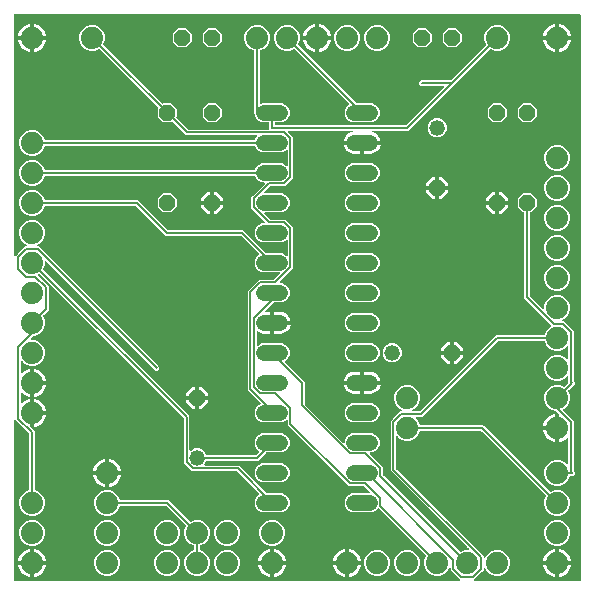
<source format=gbr>
G04 EAGLE Gerber RS-274X export*
G75*
%MOMM*%
%FSLAX34Y34*%
%LPD*%
%INBottom Copper*%
%IPPOS*%
%AMOC8*
5,1,8,0,0,1.08239X$1,22.5*%
G01*
%ADD10C,1.320800*%
%ADD11P,1.429621X8X112.500000*%
%ADD12P,1.429621X8X22.500000*%
%ADD13P,1.429621X8X292.500000*%
%ADD14C,1.879600*%
%ADD15C,1.320800*%
%ADD16C,0.152400*%

G36*
X387415Y10172D02*
X387415Y10172D01*
X387486Y10174D01*
X387535Y10192D01*
X387587Y10200D01*
X387650Y10234D01*
X387717Y10259D01*
X387758Y10291D01*
X387804Y10316D01*
X387853Y10368D01*
X387909Y10412D01*
X387938Y10456D01*
X387973Y10494D01*
X388004Y10559D01*
X388042Y10619D01*
X388055Y10670D01*
X388077Y10717D01*
X388085Y10788D01*
X388102Y10858D01*
X388098Y10910D01*
X388104Y10961D01*
X388089Y11032D01*
X388083Y11103D01*
X388063Y11151D01*
X388052Y11202D01*
X388015Y11263D01*
X387987Y11329D01*
X387942Y11385D01*
X387926Y11413D01*
X387908Y11428D01*
X387882Y11460D01*
X386351Y12992D01*
X381292Y18051D01*
X379729Y19613D01*
X379729Y20623D01*
X379714Y20719D01*
X379704Y20816D01*
X379694Y20840D01*
X379690Y20866D01*
X379644Y20952D01*
X379604Y21041D01*
X379587Y21060D01*
X379574Y21083D01*
X379504Y21150D01*
X379438Y21222D01*
X379415Y21235D01*
X379396Y21253D01*
X379308Y21294D01*
X379222Y21341D01*
X379197Y21345D01*
X379173Y21356D01*
X379076Y21367D01*
X378980Y21384D01*
X378954Y21381D01*
X378929Y21383D01*
X378833Y21363D01*
X378737Y21349D01*
X378714Y21337D01*
X378688Y21331D01*
X378605Y21281D01*
X378518Y21237D01*
X378499Y21218D01*
X378477Y21205D01*
X378414Y21131D01*
X378346Y21061D01*
X378330Y21033D01*
X378317Y21018D01*
X378305Y20987D01*
X378265Y20915D01*
X377560Y19213D01*
X374487Y16140D01*
X370473Y14477D01*
X366127Y14477D01*
X362113Y16140D01*
X359040Y19213D01*
X357377Y23227D01*
X357377Y27573D01*
X358798Y31003D01*
X358825Y31117D01*
X358853Y31230D01*
X358853Y31237D01*
X358854Y31243D01*
X358843Y31359D01*
X358834Y31476D01*
X358832Y31481D01*
X358831Y31488D01*
X358783Y31595D01*
X358738Y31702D01*
X358733Y31708D01*
X358731Y31712D01*
X358719Y31726D01*
X358633Y31833D01*
X319570Y70896D01*
X319121Y71345D01*
X319105Y71357D01*
X319093Y71372D01*
X319005Y71428D01*
X318921Y71488D01*
X318902Y71494D01*
X318886Y71505D01*
X318785Y71530D01*
X318686Y71561D01*
X318666Y71560D01*
X318647Y71565D01*
X318544Y71557D01*
X318441Y71554D01*
X318422Y71548D01*
X318402Y71546D01*
X318307Y71506D01*
X318210Y71470D01*
X318194Y71458D01*
X318176Y71450D01*
X318045Y71345D01*
X316009Y69309D01*
X313021Y68071D01*
X296579Y68071D01*
X293591Y69309D01*
X291305Y71595D01*
X290067Y74583D01*
X290067Y77817D01*
X291305Y80805D01*
X293591Y83091D01*
X296579Y84329D01*
X310776Y84329D01*
X310847Y84340D01*
X310918Y84342D01*
X310967Y84360D01*
X311019Y84368D01*
X311082Y84402D01*
X311149Y84427D01*
X311190Y84459D01*
X311236Y84484D01*
X311285Y84536D01*
X311341Y84580D01*
X311370Y84624D01*
X311405Y84662D01*
X311436Y84727D01*
X311474Y84787D01*
X311487Y84838D01*
X311509Y84885D01*
X311517Y84956D01*
X311534Y85026D01*
X311530Y85078D01*
X311536Y85129D01*
X311521Y85200D01*
X311515Y85271D01*
X311495Y85319D01*
X311484Y85370D01*
X311447Y85431D01*
X311419Y85497D01*
X311374Y85553D01*
X311358Y85581D01*
X311340Y85596D01*
X311314Y85628D01*
X306742Y90200D01*
X306668Y90253D01*
X306599Y90313D01*
X306569Y90325D01*
X306542Y90344D01*
X306455Y90371D01*
X306371Y90405D01*
X306330Y90409D01*
X306307Y90416D01*
X306275Y90415D01*
X306204Y90423D01*
X293566Y90423D01*
X241807Y142182D01*
X241807Y145670D01*
X241804Y145687D01*
X241806Y145703D01*
X241795Y145753D01*
X241794Y145812D01*
X241776Y145861D01*
X241768Y145912D01*
X241756Y145935D01*
X241754Y145943D01*
X241733Y145978D01*
X241709Y146043D01*
X241677Y146084D01*
X241652Y146130D01*
X241629Y146152D01*
X241628Y146154D01*
X241618Y146163D01*
X241600Y146179D01*
X241556Y146235D01*
X241512Y146263D01*
X241474Y146299D01*
X241409Y146329D01*
X241349Y146368D01*
X241298Y146381D01*
X241251Y146403D01*
X241180Y146411D01*
X241110Y146428D01*
X241058Y146424D01*
X241007Y146430D01*
X240936Y146415D01*
X240865Y146409D01*
X240817Y146389D01*
X240804Y146386D01*
X240797Y146385D01*
X240795Y146384D01*
X240766Y146378D01*
X240705Y146341D01*
X240639Y146313D01*
X240595Y146278D01*
X240579Y146270D01*
X240571Y146261D01*
X240555Y146251D01*
X240540Y146234D01*
X240508Y146208D01*
X239809Y145509D01*
X236821Y144271D01*
X220379Y144271D01*
X217391Y145509D01*
X215105Y147795D01*
X213867Y150783D01*
X213867Y154017D01*
X215105Y157005D01*
X217391Y159291D01*
X218458Y159733D01*
X218497Y159757D01*
X218540Y159773D01*
X218600Y159821D01*
X218667Y159862D01*
X218696Y159898D01*
X218732Y159927D01*
X218774Y159992D01*
X218824Y160052D01*
X218840Y160095D01*
X218865Y160133D01*
X218884Y160209D01*
X218912Y160282D01*
X218914Y160327D01*
X218925Y160372D01*
X218919Y160449D01*
X218922Y160527D01*
X218909Y160571D01*
X218906Y160617D01*
X218875Y160689D01*
X218854Y160764D01*
X218827Y160801D01*
X218810Y160843D01*
X218724Y160950D01*
X218713Y160966D01*
X218709Y160969D01*
X218705Y160974D01*
X207771Y171908D01*
X207771Y255582D01*
X217366Y265177D01*
X230004Y265177D01*
X230094Y265191D01*
X230185Y265199D01*
X230215Y265211D01*
X230247Y265216D01*
X230327Y265259D01*
X230411Y265295D01*
X230443Y265321D01*
X230464Y265332D01*
X230466Y265334D01*
X230467Y265334D01*
X230487Y265355D01*
X230542Y265400D01*
X235114Y269972D01*
X235156Y270030D01*
X235205Y270082D01*
X235227Y270129D01*
X235258Y270171D01*
X235279Y270240D01*
X235309Y270305D01*
X235315Y270357D01*
X235330Y270407D01*
X235328Y270478D01*
X235336Y270549D01*
X235325Y270600D01*
X235324Y270652D01*
X235299Y270720D01*
X235284Y270790D01*
X235257Y270835D01*
X235239Y270883D01*
X235194Y270939D01*
X235158Y271001D01*
X235118Y271035D01*
X235086Y271075D01*
X235025Y271114D01*
X234971Y271161D01*
X234922Y271180D01*
X234879Y271208D01*
X234809Y271226D01*
X234743Y271253D01*
X234671Y271261D01*
X234640Y271269D01*
X234617Y271267D01*
X234576Y271271D01*
X220379Y271271D01*
X217391Y272509D01*
X215105Y274795D01*
X213867Y277783D01*
X213867Y281017D01*
X215105Y284005D01*
X217395Y286295D01*
X217407Y286311D01*
X217422Y286323D01*
X217478Y286410D01*
X217538Y286494D01*
X217544Y286513D01*
X217555Y286530D01*
X217580Y286631D01*
X217611Y286729D01*
X217610Y286749D01*
X217615Y286769D01*
X217607Y286872D01*
X217604Y286975D01*
X217598Y286994D01*
X217596Y287014D01*
X217556Y287109D01*
X217520Y287206D01*
X217507Y287222D01*
X217500Y287240D01*
X217395Y287371D01*
X202476Y302290D01*
X202402Y302343D01*
X202332Y302403D01*
X202302Y302415D01*
X202276Y302434D01*
X202189Y302461D01*
X202104Y302495D01*
X202063Y302499D01*
X202041Y302506D01*
X202009Y302505D01*
X201937Y302513D01*
X138753Y302513D01*
X113576Y327690D01*
X113502Y327743D01*
X113432Y327803D01*
X113402Y327815D01*
X113376Y327834D01*
X113289Y327861D01*
X113204Y327895D01*
X113163Y327899D01*
X113141Y327906D01*
X113109Y327905D01*
X113037Y327913D01*
X36784Y327913D01*
X36669Y327894D01*
X36553Y327877D01*
X36548Y327875D01*
X36541Y327874D01*
X36439Y327819D01*
X36334Y327766D01*
X36330Y327761D01*
X36324Y327758D01*
X36244Y327674D01*
X36162Y327590D01*
X36158Y327584D01*
X36155Y327580D01*
X36147Y327563D01*
X36081Y327443D01*
X34660Y324013D01*
X31587Y320940D01*
X27573Y319277D01*
X23227Y319277D01*
X19213Y320940D01*
X16140Y324013D01*
X14477Y328027D01*
X14477Y332373D01*
X16140Y336387D01*
X19213Y339460D01*
X23227Y341123D01*
X27573Y341123D01*
X31587Y339460D01*
X34660Y336387D01*
X36081Y332957D01*
X36142Y332857D01*
X36202Y332757D01*
X36207Y332753D01*
X36210Y332748D01*
X36300Y332673D01*
X36389Y332597D01*
X36395Y332595D01*
X36400Y332591D01*
X36508Y332549D01*
X36617Y332505D01*
X36625Y332504D01*
X36630Y332503D01*
X36648Y332502D01*
X36784Y332487D01*
X115247Y332487D01*
X140424Y307310D01*
X140498Y307257D01*
X140568Y307197D01*
X140598Y307185D01*
X140624Y307166D01*
X140711Y307139D01*
X140796Y307105D01*
X140837Y307101D01*
X140859Y307094D01*
X140891Y307095D01*
X140963Y307087D01*
X204147Y307087D01*
X223482Y287752D01*
X223556Y287699D01*
X223626Y287639D01*
X223656Y287627D01*
X223682Y287608D01*
X223769Y287581D01*
X223854Y287547D01*
X223895Y287543D01*
X223917Y287536D01*
X223949Y287537D01*
X224021Y287529D01*
X236821Y287529D01*
X239809Y286291D01*
X240508Y285592D01*
X240566Y285550D01*
X240618Y285501D01*
X240665Y285479D01*
X240707Y285448D01*
X240776Y285427D01*
X240841Y285397D01*
X240893Y285391D01*
X240943Y285376D01*
X241014Y285378D01*
X241085Y285370D01*
X241136Y285381D01*
X241188Y285382D01*
X241256Y285407D01*
X241326Y285422D01*
X241371Y285449D01*
X241419Y285467D01*
X241475Y285512D01*
X241537Y285549D01*
X241571Y285588D01*
X241611Y285621D01*
X241650Y285681D01*
X241697Y285735D01*
X241716Y285784D01*
X241744Y285828D01*
X241762Y285897D01*
X241789Y285964D01*
X241797Y286035D01*
X241805Y286066D01*
X241803Y286089D01*
X241807Y286130D01*
X241807Y298070D01*
X241796Y298140D01*
X241794Y298212D01*
X241776Y298261D01*
X241768Y298312D01*
X241734Y298376D01*
X241709Y298443D01*
X241677Y298484D01*
X241652Y298530D01*
X241600Y298579D01*
X241556Y298635D01*
X241512Y298663D01*
X241474Y298699D01*
X241409Y298729D01*
X241349Y298768D01*
X241298Y298781D01*
X241251Y298803D01*
X241180Y298811D01*
X241110Y298828D01*
X241058Y298824D01*
X241007Y298830D01*
X240936Y298815D01*
X240865Y298809D01*
X240817Y298789D01*
X240766Y298778D01*
X240705Y298741D01*
X240639Y298713D01*
X240583Y298668D01*
X240555Y298651D01*
X240540Y298634D01*
X240508Y298608D01*
X239809Y297909D01*
X236821Y296671D01*
X220379Y296671D01*
X217391Y297909D01*
X215105Y300195D01*
X213867Y303183D01*
X213867Y306417D01*
X215105Y309405D01*
X217391Y311691D01*
X220379Y312929D01*
X221623Y312929D01*
X221694Y312940D01*
X221766Y312942D01*
X221815Y312960D01*
X221866Y312968D01*
X221929Y313002D01*
X221997Y313027D01*
X222037Y313059D01*
X222083Y313084D01*
X222133Y313135D01*
X222189Y313180D01*
X222217Y313224D01*
X222253Y313262D01*
X222283Y313327D01*
X222322Y313387D01*
X222334Y313438D01*
X222356Y313485D01*
X222364Y313556D01*
X222382Y313626D01*
X222378Y313678D01*
X222383Y313729D01*
X222368Y313800D01*
X222363Y313871D01*
X222342Y313919D01*
X222331Y313970D01*
X222294Y314031D01*
X222266Y314097D01*
X222222Y314153D01*
X222205Y314181D01*
X222187Y314196D01*
X222161Y314228D01*
X212382Y324008D01*
X210819Y325570D01*
X210819Y334830D01*
X212382Y336392D01*
X222161Y346172D01*
X222203Y346230D01*
X222253Y346282D01*
X222275Y346329D01*
X222305Y346371D01*
X222326Y346440D01*
X222356Y346505D01*
X222362Y346557D01*
X222377Y346607D01*
X222375Y346678D01*
X222383Y346749D01*
X222372Y346800D01*
X222371Y346852D01*
X222346Y346920D01*
X222331Y346990D01*
X222304Y347035D01*
X222287Y347083D01*
X222242Y347139D01*
X222205Y347201D01*
X222165Y347235D01*
X222133Y347275D01*
X222073Y347314D01*
X222018Y347361D01*
X221970Y347380D01*
X221926Y347408D01*
X221856Y347426D01*
X221790Y347453D01*
X221719Y347461D01*
X221687Y347469D01*
X221664Y347467D01*
X221623Y347471D01*
X220379Y347471D01*
X217391Y348709D01*
X215105Y350995D01*
X214339Y352843D01*
X214277Y352943D01*
X214218Y353043D01*
X214213Y353047D01*
X214210Y353052D01*
X214119Y353127D01*
X214031Y353203D01*
X214025Y353205D01*
X214020Y353209D01*
X213912Y353251D01*
X213803Y353295D01*
X213795Y353296D01*
X213791Y353297D01*
X213772Y353298D01*
X213636Y353313D01*
X36784Y353313D01*
X36669Y353294D01*
X36553Y353277D01*
X36548Y353275D01*
X36541Y353274D01*
X36439Y353219D01*
X36334Y353166D01*
X36330Y353161D01*
X36324Y353158D01*
X36244Y353074D01*
X36162Y352990D01*
X36158Y352984D01*
X36155Y352980D01*
X36147Y352963D01*
X36081Y352843D01*
X34660Y349413D01*
X31587Y346340D01*
X27573Y344677D01*
X23227Y344677D01*
X19213Y346340D01*
X16140Y349413D01*
X14477Y353427D01*
X14477Y357773D01*
X16140Y361787D01*
X19213Y364860D01*
X23227Y366523D01*
X27573Y366523D01*
X31587Y364860D01*
X34660Y361787D01*
X36081Y358357D01*
X36143Y358257D01*
X36202Y358157D01*
X36207Y358153D01*
X36210Y358148D01*
X36300Y358073D01*
X36389Y357997D01*
X36395Y357995D01*
X36400Y357991D01*
X36508Y357949D01*
X36617Y357905D01*
X36625Y357904D01*
X36630Y357903D01*
X36648Y357902D01*
X36784Y357887D01*
X213636Y357887D01*
X213751Y357906D01*
X213867Y357923D01*
X213873Y357925D01*
X213879Y357926D01*
X213981Y357981D01*
X214086Y358034D01*
X214091Y358039D01*
X214096Y358042D01*
X214176Y358126D01*
X214259Y358210D01*
X214262Y358216D01*
X214266Y358220D01*
X214273Y358237D01*
X214339Y358357D01*
X215105Y360205D01*
X217391Y362491D01*
X220379Y363729D01*
X236821Y363729D01*
X239809Y362491D01*
X240508Y361792D01*
X240566Y361750D01*
X240618Y361701D01*
X240665Y361679D01*
X240707Y361648D01*
X240776Y361627D01*
X240841Y361597D01*
X240893Y361591D01*
X240943Y361576D01*
X241014Y361578D01*
X241085Y361570D01*
X241136Y361581D01*
X241188Y361582D01*
X241256Y361607D01*
X241326Y361622D01*
X241371Y361649D01*
X241419Y361667D01*
X241475Y361712D01*
X241537Y361749D01*
X241571Y361788D01*
X241611Y361821D01*
X241650Y361881D01*
X241697Y361935D01*
X241716Y361984D01*
X241744Y362028D01*
X241762Y362097D01*
X241789Y362164D01*
X241797Y362235D01*
X241805Y362266D01*
X241803Y362289D01*
X241807Y362330D01*
X241807Y374270D01*
X241796Y374340D01*
X241794Y374412D01*
X241776Y374461D01*
X241768Y374512D01*
X241734Y374576D01*
X241709Y374643D01*
X241677Y374684D01*
X241652Y374730D01*
X241600Y374779D01*
X241556Y374835D01*
X241512Y374863D01*
X241474Y374899D01*
X241409Y374929D01*
X241349Y374968D01*
X241298Y374981D01*
X241251Y375003D01*
X241180Y375011D01*
X241110Y375028D01*
X241058Y375024D01*
X241007Y375030D01*
X240936Y375015D01*
X240865Y375009D01*
X240817Y374989D01*
X240766Y374978D01*
X240705Y374941D01*
X240639Y374913D01*
X240583Y374868D01*
X240555Y374851D01*
X240540Y374834D01*
X240508Y374808D01*
X239809Y374109D01*
X236821Y372871D01*
X220379Y372871D01*
X217391Y374109D01*
X215105Y376395D01*
X214339Y378243D01*
X214277Y378343D01*
X214218Y378443D01*
X214213Y378447D01*
X214210Y378452D01*
X214119Y378527D01*
X214031Y378603D01*
X214025Y378605D01*
X214020Y378609D01*
X213912Y378651D01*
X213803Y378695D01*
X213795Y378696D01*
X213791Y378697D01*
X213772Y378698D01*
X213636Y378713D01*
X36784Y378713D01*
X36669Y378694D01*
X36553Y378677D01*
X36548Y378675D01*
X36541Y378674D01*
X36439Y378619D01*
X36334Y378566D01*
X36330Y378561D01*
X36324Y378558D01*
X36244Y378474D01*
X36162Y378390D01*
X36158Y378384D01*
X36155Y378380D01*
X36147Y378363D01*
X36081Y378243D01*
X34660Y374813D01*
X31587Y371740D01*
X27573Y370077D01*
X23227Y370077D01*
X19213Y371740D01*
X16140Y374813D01*
X14477Y378827D01*
X14477Y383173D01*
X16140Y387187D01*
X19213Y390260D01*
X23227Y391923D01*
X27573Y391923D01*
X31587Y390260D01*
X34660Y387187D01*
X36081Y383757D01*
X36142Y383657D01*
X36202Y383557D01*
X36207Y383553D01*
X36210Y383548D01*
X36300Y383473D01*
X36389Y383397D01*
X36395Y383395D01*
X36400Y383391D01*
X36508Y383349D01*
X36617Y383305D01*
X36625Y383304D01*
X36630Y383303D01*
X36648Y383302D01*
X36784Y383287D01*
X213636Y383287D01*
X213751Y383306D01*
X213867Y383323D01*
X213873Y383325D01*
X213879Y383326D01*
X213981Y383381D01*
X214086Y383434D01*
X214091Y383439D01*
X214096Y383442D01*
X214176Y383526D01*
X214259Y383610D01*
X214262Y383616D01*
X214266Y383620D01*
X214273Y383637D01*
X214339Y383757D01*
X215105Y385605D01*
X215804Y386304D01*
X215846Y386362D01*
X215895Y386414D01*
X215917Y386461D01*
X215948Y386503D01*
X215969Y386572D01*
X215999Y386637D01*
X216005Y386689D01*
X216020Y386739D01*
X216018Y386810D01*
X216026Y386881D01*
X216015Y386932D01*
X216014Y386984D01*
X215989Y387052D01*
X215974Y387122D01*
X215947Y387167D01*
X215929Y387215D01*
X215884Y387271D01*
X215847Y387333D01*
X215808Y387367D01*
X215775Y387407D01*
X215715Y387446D01*
X215661Y387493D01*
X215612Y387512D01*
X215568Y387540D01*
X215499Y387558D01*
X215432Y387585D01*
X215361Y387593D01*
X215330Y387601D01*
X215307Y387599D01*
X215266Y387603D01*
X155263Y387603D01*
X153700Y389166D01*
X144369Y398497D01*
X144353Y398509D01*
X144341Y398524D01*
X144253Y398580D01*
X144169Y398640D01*
X144150Y398646D01*
X144134Y398657D01*
X144033Y398682D01*
X143934Y398713D01*
X143914Y398712D01*
X143895Y398717D01*
X143792Y398709D01*
X143689Y398706D01*
X143670Y398700D01*
X143650Y398698D01*
X143555Y398658D01*
X143457Y398622D01*
X143442Y398609D01*
X143424Y398602D01*
X143293Y398497D01*
X143067Y398271D01*
X136333Y398271D01*
X131571Y403033D01*
X131571Y409767D01*
X131797Y409993D01*
X131809Y410009D01*
X131824Y410021D01*
X131880Y410108D01*
X131940Y410192D01*
X131946Y410211D01*
X131957Y410228D01*
X131982Y410329D01*
X132013Y410427D01*
X132012Y410447D01*
X132017Y410467D01*
X132009Y410570D01*
X132006Y410673D01*
X132000Y410692D01*
X131998Y410712D01*
X131958Y410807D01*
X131922Y410904D01*
X131909Y410920D01*
X131902Y410938D01*
X131797Y411069D01*
X82633Y460233D01*
X82539Y460301D01*
X82444Y460371D01*
X82438Y460373D01*
X82433Y460377D01*
X82322Y460411D01*
X82210Y460447D01*
X82204Y460447D01*
X82198Y460449D01*
X82081Y460446D01*
X81964Y460445D01*
X81957Y460443D01*
X81952Y460443D01*
X81935Y460436D01*
X81803Y460398D01*
X78373Y458977D01*
X74027Y458977D01*
X70013Y460640D01*
X66940Y463713D01*
X65277Y467727D01*
X65277Y472073D01*
X66940Y476087D01*
X70013Y479160D01*
X74027Y480823D01*
X78373Y480823D01*
X82387Y479160D01*
X85460Y476087D01*
X87123Y472073D01*
X87123Y467727D01*
X85702Y464297D01*
X85675Y464183D01*
X85647Y464070D01*
X85647Y464063D01*
X85646Y464057D01*
X85657Y463941D01*
X85666Y463824D01*
X85668Y463819D01*
X85669Y463812D01*
X85717Y463705D01*
X85762Y463598D01*
X85767Y463592D01*
X85769Y463588D01*
X85781Y463574D01*
X85867Y463467D01*
X135031Y414303D01*
X135047Y414291D01*
X135059Y414276D01*
X135147Y414220D01*
X135231Y414160D01*
X135250Y414154D01*
X135266Y414143D01*
X135367Y414118D01*
X135466Y414087D01*
X135486Y414088D01*
X135505Y414083D01*
X135608Y414091D01*
X135711Y414094D01*
X135730Y414100D01*
X135750Y414102D01*
X135845Y414142D01*
X135943Y414178D01*
X135958Y414191D01*
X135976Y414198D01*
X136107Y414303D01*
X136333Y414529D01*
X143067Y414529D01*
X147829Y409767D01*
X147829Y403033D01*
X147603Y402807D01*
X147591Y402791D01*
X147576Y402779D01*
X147520Y402692D01*
X147460Y402608D01*
X147454Y402589D01*
X147443Y402572D01*
X147418Y402471D01*
X147387Y402373D01*
X147388Y402353D01*
X147383Y402333D01*
X147391Y402230D01*
X147394Y402127D01*
X147400Y402108D01*
X147402Y402088D01*
X147442Y401993D01*
X147478Y401896D01*
X147491Y401880D01*
X147498Y401862D01*
X147603Y401731D01*
X156934Y392400D01*
X157008Y392347D01*
X157078Y392287D01*
X157108Y392275D01*
X157134Y392256D01*
X157221Y392229D01*
X157306Y392195D01*
X157347Y392191D01*
X157369Y392184D01*
X157401Y392185D01*
X157473Y392177D01*
X225552Y392177D01*
X225572Y392180D01*
X225591Y392178D01*
X225693Y392200D01*
X225795Y392216D01*
X225812Y392226D01*
X225832Y392230D01*
X225921Y392283D01*
X226012Y392332D01*
X226026Y392346D01*
X226043Y392356D01*
X226110Y392435D01*
X226182Y392510D01*
X226190Y392528D01*
X226203Y392543D01*
X226242Y392639D01*
X226285Y392733D01*
X226287Y392753D01*
X226295Y392771D01*
X226313Y392938D01*
X226313Y397510D01*
X226310Y397530D01*
X226312Y397549D01*
X226290Y397651D01*
X226274Y397753D01*
X226264Y397770D01*
X226260Y397790D01*
X226207Y397879D01*
X226158Y397970D01*
X226144Y397984D01*
X226134Y398001D01*
X226055Y398068D01*
X225980Y398140D01*
X225962Y398148D01*
X225947Y398161D01*
X225851Y398200D01*
X225757Y398243D01*
X225737Y398245D01*
X225719Y398253D01*
X225552Y398271D01*
X220379Y398271D01*
X217391Y399509D01*
X215105Y401795D01*
X213867Y404783D01*
X213867Y404883D01*
X213853Y404974D01*
X213845Y405064D01*
X213833Y405094D01*
X213828Y405126D01*
X213785Y405207D01*
X213749Y405291D01*
X213723Y405323D01*
X213712Y405344D01*
X213689Y405366D01*
X213644Y405422D01*
X213613Y405453D01*
X213613Y458516D01*
X213594Y458631D01*
X213577Y458747D01*
X213575Y458752D01*
X213574Y458759D01*
X213519Y458861D01*
X213466Y458966D01*
X213461Y458970D01*
X213458Y458976D01*
X213374Y459056D01*
X213290Y459138D01*
X213284Y459142D01*
X213280Y459145D01*
X213263Y459153D01*
X213143Y459219D01*
X209713Y460640D01*
X206640Y463713D01*
X204977Y467727D01*
X204977Y472073D01*
X206640Y476087D01*
X209713Y479160D01*
X213727Y480823D01*
X218073Y480823D01*
X222087Y479160D01*
X225160Y476087D01*
X226823Y472073D01*
X226823Y467727D01*
X225160Y463713D01*
X222087Y460640D01*
X218657Y459219D01*
X218557Y459158D01*
X218457Y459098D01*
X218453Y459093D01*
X218448Y459090D01*
X218373Y459000D01*
X218297Y458911D01*
X218295Y458905D01*
X218291Y458900D01*
X218249Y458792D01*
X218205Y458683D01*
X218204Y458675D01*
X218203Y458670D01*
X218202Y458652D01*
X218187Y458516D01*
X218187Y414760D01*
X218194Y414715D01*
X218192Y414669D01*
X218214Y414594D01*
X218226Y414517D01*
X218248Y414477D01*
X218261Y414433D01*
X218305Y414369D01*
X218342Y414300D01*
X218375Y414268D01*
X218401Y414230D01*
X218464Y414184D01*
X218520Y414130D01*
X218562Y414111D01*
X218598Y414084D01*
X218672Y414060D01*
X218743Y414027D01*
X218789Y414022D01*
X218832Y414008D01*
X218910Y414008D01*
X218987Y414000D01*
X219032Y414009D01*
X219078Y414010D01*
X219210Y414048D01*
X219228Y414052D01*
X219232Y414055D01*
X219239Y414057D01*
X220379Y414529D01*
X236821Y414529D01*
X239809Y413291D01*
X242095Y411005D01*
X243333Y408017D01*
X243333Y404783D01*
X242095Y401795D01*
X239809Y399509D01*
X236821Y398271D01*
X231648Y398271D01*
X231628Y398268D01*
X231609Y398270D01*
X231507Y398248D01*
X231405Y398232D01*
X231388Y398222D01*
X231368Y398218D01*
X231279Y398165D01*
X231188Y398116D01*
X231174Y398102D01*
X231157Y398092D01*
X231090Y398013D01*
X231018Y397938D01*
X231010Y397920D01*
X230997Y397905D01*
X230958Y397809D01*
X230915Y397715D01*
X230913Y397695D01*
X230905Y397677D01*
X230887Y397510D01*
X230887Y396748D01*
X230890Y396728D01*
X230888Y396709D01*
X230910Y396607D01*
X230926Y396505D01*
X230936Y396488D01*
X230940Y396468D01*
X230993Y396379D01*
X231042Y396288D01*
X231056Y396274D01*
X231066Y396257D01*
X231145Y396190D01*
X231220Y396118D01*
X231238Y396110D01*
X231253Y396097D01*
X231349Y396058D01*
X231443Y396015D01*
X231463Y396013D01*
X231481Y396005D01*
X231648Y395987D01*
X341637Y395987D01*
X341728Y396001D01*
X341818Y396009D01*
X341848Y396021D01*
X341880Y396026D01*
X341961Y396069D01*
X342045Y396105D01*
X342077Y396131D01*
X342098Y396142D01*
X342120Y396165D01*
X342176Y396210D01*
X374180Y428214D01*
X374222Y428272D01*
X374271Y428324D01*
X374293Y428371D01*
X374323Y428413D01*
X374344Y428482D01*
X374375Y428547D01*
X374380Y428599D01*
X374396Y428649D01*
X374394Y428720D01*
X374402Y428791D01*
X374391Y428842D01*
X374389Y428894D01*
X374365Y428962D01*
X374350Y429032D01*
X374323Y429077D01*
X374305Y429125D01*
X374260Y429181D01*
X374223Y429243D01*
X374184Y429277D01*
X374151Y429317D01*
X374091Y429356D01*
X374036Y429403D01*
X373988Y429422D01*
X373944Y429450D01*
X373875Y429468D01*
X373808Y429495D01*
X373737Y429503D01*
X373706Y429511D01*
X373682Y429509D01*
X373642Y429513D01*
X354653Y429513D01*
X353313Y430853D01*
X353313Y432747D01*
X354653Y434087D01*
X379737Y434087D01*
X379828Y434101D01*
X379918Y434109D01*
X379948Y434121D01*
X379980Y434126D01*
X380061Y434169D01*
X380145Y434205D01*
X380177Y434231D01*
X380198Y434242D01*
X380220Y434265D01*
X380276Y434310D01*
X409433Y463467D01*
X409501Y463561D01*
X409571Y463656D01*
X409573Y463662D01*
X409577Y463667D01*
X409611Y463778D01*
X409647Y463890D01*
X409647Y463896D01*
X409649Y463902D01*
X409646Y464019D01*
X409645Y464136D01*
X409643Y464143D01*
X409643Y464148D01*
X409636Y464165D01*
X409598Y464297D01*
X408177Y467727D01*
X408177Y472073D01*
X409840Y476087D01*
X412913Y479160D01*
X416927Y480823D01*
X421273Y480823D01*
X425287Y479160D01*
X428360Y476087D01*
X430023Y472073D01*
X430023Y467727D01*
X428360Y463713D01*
X425287Y460640D01*
X421273Y458977D01*
X416927Y458977D01*
X413497Y460398D01*
X413383Y460425D01*
X413270Y460453D01*
X413263Y460453D01*
X413257Y460454D01*
X413141Y460443D01*
X413024Y460434D01*
X413019Y460432D01*
X413012Y460431D01*
X412905Y460383D01*
X412798Y460338D01*
X412792Y460333D01*
X412788Y460331D01*
X412774Y460319D01*
X412667Y460233D01*
X343847Y391413D01*
X313656Y391413D01*
X313608Y391405D01*
X313559Y391407D01*
X313487Y391386D01*
X313414Y391374D01*
X313370Y391351D01*
X313323Y391337D01*
X313262Y391293D01*
X313196Y391258D01*
X313163Y391223D01*
X313122Y391195D01*
X313078Y391134D01*
X313027Y391080D01*
X313006Y391036D01*
X312977Y390996D01*
X312955Y390925D01*
X312923Y390857D01*
X312918Y390808D01*
X312903Y390762D01*
X312904Y390687D01*
X312896Y390613D01*
X312907Y390565D01*
X312907Y390516D01*
X312933Y390445D01*
X312948Y390372D01*
X312974Y390330D01*
X312990Y390284D01*
X313036Y390225D01*
X313075Y390161D01*
X313112Y390129D01*
X313142Y390091D01*
X313205Y390050D01*
X313261Y390001D01*
X313307Y389983D01*
X313348Y389956D01*
X313467Y389918D01*
X313490Y389909D01*
X313499Y389908D01*
X313508Y389905D01*
X314071Y389793D01*
X315736Y389104D01*
X317234Y388103D01*
X318507Y386830D01*
X319508Y385332D01*
X320197Y383667D01*
X320425Y382523D01*
X305562Y382523D01*
X305542Y382520D01*
X305523Y382522D01*
X305421Y382500D01*
X305319Y382483D01*
X305302Y382474D01*
X305282Y382470D01*
X305193Y382417D01*
X305102Y382368D01*
X305088Y382354D01*
X305071Y382344D01*
X305004Y382265D01*
X304933Y382190D01*
X304924Y382172D01*
X304911Y382157D01*
X304873Y382061D01*
X304829Y381967D01*
X304827Y381947D01*
X304819Y381929D01*
X304801Y381762D01*
X304801Y380999D01*
X304799Y380999D01*
X304799Y381762D01*
X304796Y381782D01*
X304798Y381801D01*
X304776Y381903D01*
X304759Y382005D01*
X304750Y382022D01*
X304746Y382042D01*
X304693Y382131D01*
X304644Y382222D01*
X304630Y382236D01*
X304620Y382253D01*
X304541Y382320D01*
X304466Y382391D01*
X304448Y382400D01*
X304433Y382413D01*
X304337Y382452D01*
X304243Y382495D01*
X304223Y382497D01*
X304205Y382505D01*
X304038Y382523D01*
X289175Y382523D01*
X289403Y383667D01*
X290092Y385332D01*
X291093Y386830D01*
X292366Y388103D01*
X293864Y389104D01*
X295529Y389793D01*
X296092Y389905D01*
X296138Y389923D01*
X296186Y389931D01*
X296252Y389965D01*
X296322Y389992D01*
X296361Y390023D01*
X296404Y390046D01*
X296455Y390100D01*
X296513Y390147D01*
X296539Y390188D01*
X296573Y390224D01*
X296605Y390292D01*
X296645Y390355D01*
X296656Y390403D01*
X296677Y390447D01*
X296685Y390521D01*
X296703Y390594D01*
X296698Y390643D01*
X296704Y390691D01*
X296688Y390764D01*
X296682Y390839D01*
X296662Y390884D01*
X296652Y390932D01*
X296613Y390996D01*
X296583Y391065D01*
X296551Y391101D01*
X296525Y391143D01*
X296469Y391192D01*
X296418Y391247D01*
X296376Y391271D01*
X296339Y391303D01*
X296269Y391331D01*
X296204Y391367D01*
X296156Y391376D01*
X296110Y391395D01*
X295986Y391409D01*
X295962Y391413D01*
X295953Y391412D01*
X295944Y391413D01*
X242435Y391413D01*
X242364Y391402D01*
X242292Y391400D01*
X242243Y391382D01*
X242192Y391374D01*
X242129Y391340D01*
X242061Y391315D01*
X242021Y391283D01*
X241975Y391258D01*
X241925Y391206D01*
X241869Y391162D01*
X241841Y391118D01*
X241805Y391080D01*
X241775Y391015D01*
X241736Y390955D01*
X241724Y390904D01*
X241702Y390857D01*
X241694Y390786D01*
X241676Y390716D01*
X241680Y390664D01*
X241675Y390613D01*
X241690Y390542D01*
X241695Y390471D01*
X241716Y390423D01*
X241727Y390372D01*
X241764Y390311D01*
X241792Y390245D01*
X241836Y390189D01*
X241853Y390161D01*
X241871Y390146D01*
X241897Y390114D01*
X246381Y385630D01*
X246381Y350970D01*
X239834Y344423D01*
X227196Y344423D01*
X227106Y344409D01*
X227015Y344401D01*
X226985Y344389D01*
X226953Y344384D01*
X226873Y344341D01*
X226789Y344305D01*
X226757Y344279D01*
X226736Y344268D01*
X226714Y344245D01*
X226658Y344200D01*
X222086Y339628D01*
X222044Y339570D01*
X221995Y339518D01*
X221973Y339471D01*
X221942Y339429D01*
X221921Y339360D01*
X221891Y339295D01*
X221885Y339243D01*
X221870Y339193D01*
X221872Y339122D01*
X221864Y339051D01*
X221875Y339000D01*
X221876Y338948D01*
X221901Y338880D01*
X221916Y338810D01*
X221943Y338765D01*
X221961Y338717D01*
X222006Y338661D01*
X222042Y338599D01*
X222082Y338565D01*
X222114Y338525D01*
X222175Y338486D01*
X222229Y338439D01*
X222278Y338420D01*
X222321Y338392D01*
X222391Y338374D01*
X222457Y338347D01*
X222529Y338339D01*
X222560Y338331D01*
X222583Y338333D01*
X222624Y338329D01*
X236821Y338329D01*
X239809Y337091D01*
X242095Y334805D01*
X243333Y331817D01*
X243333Y328583D01*
X242095Y325595D01*
X239809Y323309D01*
X236821Y322071D01*
X222624Y322071D01*
X222553Y322060D01*
X222482Y322058D01*
X222433Y322040D01*
X222381Y322032D01*
X222318Y321998D01*
X222251Y321973D01*
X222210Y321941D01*
X222164Y321916D01*
X222115Y321865D01*
X222059Y321820D01*
X222030Y321776D01*
X221995Y321738D01*
X221964Y321673D01*
X221926Y321613D01*
X221913Y321562D01*
X221891Y321515D01*
X221883Y321444D01*
X221866Y321374D01*
X221870Y321322D01*
X221864Y321271D01*
X221879Y321200D01*
X221885Y321129D01*
X221905Y321081D01*
X221916Y321030D01*
X221953Y320969D01*
X221981Y320903D01*
X222026Y320847D01*
X222042Y320819D01*
X222060Y320804D01*
X222086Y320772D01*
X226658Y316200D01*
X226732Y316147D01*
X226801Y316087D01*
X226831Y316075D01*
X226858Y316056D01*
X226945Y316029D01*
X227029Y315995D01*
X227070Y315991D01*
X227093Y315984D01*
X227125Y315985D01*
X227196Y315977D01*
X239834Y315977D01*
X246381Y309430D01*
X246381Y274770D01*
X244818Y273208D01*
X235039Y263428D01*
X234997Y263370D01*
X234947Y263318D01*
X234925Y263271D01*
X234895Y263229D01*
X234874Y263160D01*
X234844Y263095D01*
X234838Y263043D01*
X234823Y262993D01*
X234825Y262922D01*
X234817Y262851D01*
X234828Y262800D01*
X234829Y262748D01*
X234854Y262680D01*
X234869Y262610D01*
X234896Y262566D01*
X234913Y262517D01*
X234958Y262461D01*
X234995Y262399D01*
X235035Y262365D01*
X235067Y262325D01*
X235127Y262286D01*
X235182Y262239D01*
X235230Y262220D01*
X235274Y262192D01*
X235344Y262174D01*
X235410Y262147D01*
X235481Y262139D01*
X235513Y262131D01*
X235536Y262133D01*
X235577Y262129D01*
X236821Y262129D01*
X239809Y260891D01*
X242095Y258605D01*
X243333Y255617D01*
X243333Y252383D01*
X242095Y249395D01*
X239809Y247109D01*
X236821Y245871D01*
X230244Y245871D01*
X230154Y245857D01*
X230063Y245849D01*
X230033Y245837D01*
X230001Y245832D01*
X229921Y245789D01*
X229837Y245753D01*
X229805Y245727D01*
X229784Y245716D01*
X229762Y245693D01*
X229706Y245648D01*
X223102Y239044D01*
X223060Y238986D01*
X223011Y238934D01*
X222989Y238887D01*
X222958Y238845D01*
X222937Y238776D01*
X222907Y238711D01*
X222901Y238659D01*
X222886Y238609D01*
X222888Y238538D01*
X222880Y238467D01*
X222891Y238416D01*
X222892Y238364D01*
X222917Y238296D01*
X222932Y238226D01*
X222959Y238182D01*
X222977Y238133D01*
X223022Y238077D01*
X223058Y238015D01*
X223098Y237981D01*
X223130Y237941D01*
X223191Y237902D01*
X223245Y237855D01*
X223294Y237836D01*
X223337Y237808D01*
X223407Y237790D01*
X223473Y237763D01*
X223545Y237755D01*
X223576Y237747D01*
X223599Y237749D01*
X223640Y237745D01*
X227077Y237745D01*
X227077Y229362D01*
X227080Y229342D01*
X227078Y229323D01*
X227100Y229221D01*
X227117Y229119D01*
X227126Y229102D01*
X227130Y229082D01*
X227183Y228993D01*
X227232Y228902D01*
X227246Y228888D01*
X227256Y228871D01*
X227335Y228804D01*
X227410Y228733D01*
X227428Y228724D01*
X227443Y228711D01*
X227539Y228673D01*
X227633Y228629D01*
X227653Y228627D01*
X227671Y228619D01*
X227838Y228601D01*
X228601Y228601D01*
X228601Y228599D01*
X227838Y228599D01*
X227818Y228596D01*
X227799Y228598D01*
X227697Y228576D01*
X227595Y228559D01*
X227578Y228550D01*
X227558Y228546D01*
X227469Y228493D01*
X227378Y228444D01*
X227364Y228430D01*
X227347Y228420D01*
X227280Y228341D01*
X227209Y228266D01*
X227200Y228248D01*
X227187Y228233D01*
X227148Y228137D01*
X227105Y228043D01*
X227103Y228023D01*
X227095Y228005D01*
X227077Y227838D01*
X227077Y219455D01*
X221095Y219455D01*
X219329Y219807D01*
X217664Y220496D01*
X216577Y221223D01*
X216468Y221272D01*
X216359Y221323D01*
X216356Y221323D01*
X216353Y221324D01*
X216233Y221337D01*
X216115Y221350D01*
X216111Y221349D01*
X216108Y221350D01*
X215992Y221323D01*
X215874Y221298D01*
X215871Y221296D01*
X215868Y221295D01*
X215766Y221233D01*
X215663Y221171D01*
X215661Y221169D01*
X215658Y221167D01*
X215581Y221076D01*
X215503Y220985D01*
X215502Y220982D01*
X215500Y220979D01*
X215456Y220869D01*
X215411Y220756D01*
X215411Y220753D01*
X215410Y220750D01*
X215409Y220740D01*
X215393Y220590D01*
X215393Y209930D01*
X215404Y209860D01*
X215406Y209788D01*
X215424Y209739D01*
X215432Y209688D01*
X215466Y209624D01*
X215491Y209557D01*
X215523Y209516D01*
X215548Y209470D01*
X215600Y209421D01*
X215644Y209365D01*
X215688Y209337D01*
X215726Y209301D01*
X215791Y209271D01*
X215851Y209232D01*
X215902Y209219D01*
X215949Y209197D01*
X216020Y209189D01*
X216090Y209172D01*
X216142Y209176D01*
X216193Y209170D01*
X216264Y209185D01*
X216335Y209191D01*
X216383Y209211D01*
X216434Y209222D01*
X216495Y209259D01*
X216561Y209287D01*
X216617Y209332D01*
X216645Y209349D01*
X216660Y209366D01*
X216692Y209392D01*
X217391Y210091D01*
X220379Y211329D01*
X236821Y211329D01*
X239809Y210091D01*
X242095Y207805D01*
X243333Y204817D01*
X243333Y201583D01*
X242095Y198595D01*
X239805Y196305D01*
X239793Y196289D01*
X239778Y196277D01*
X239722Y196190D01*
X239662Y196106D01*
X239656Y196087D01*
X239645Y196070D01*
X239620Y195969D01*
X239589Y195871D01*
X239590Y195851D01*
X239585Y195831D01*
X239593Y195728D01*
X239596Y195625D01*
X239602Y195606D01*
X239604Y195586D01*
X239644Y195491D01*
X239680Y195394D01*
X239693Y195378D01*
X239700Y195360D01*
X239805Y195229D01*
X256287Y178747D01*
X256287Y159886D01*
X256301Y159796D01*
X256309Y159705D01*
X256321Y159675D01*
X256326Y159643D01*
X256369Y159563D01*
X256405Y159479D01*
X256431Y159447D01*
X256442Y159426D01*
X256465Y159404D01*
X256510Y159348D01*
X288768Y127090D01*
X288826Y127048D01*
X288878Y126999D01*
X288925Y126977D01*
X288967Y126946D01*
X289036Y126925D01*
X289101Y126895D01*
X289153Y126889D01*
X289203Y126874D01*
X289274Y126876D01*
X289345Y126868D01*
X289396Y126879D01*
X289448Y126880D01*
X289516Y126905D01*
X289586Y126920D01*
X289631Y126947D01*
X289679Y126965D01*
X289735Y127010D01*
X289797Y127046D01*
X289831Y127086D01*
X289871Y127118D01*
X289910Y127179D01*
X289957Y127233D01*
X289976Y127282D01*
X290004Y127325D01*
X290022Y127395D01*
X290049Y127461D01*
X290057Y127533D01*
X290065Y127564D01*
X290063Y127587D01*
X290067Y127628D01*
X290067Y128617D01*
X291305Y131605D01*
X293591Y133891D01*
X296579Y135129D01*
X313021Y135129D01*
X316009Y133891D01*
X318295Y131605D01*
X319533Y128617D01*
X319533Y125383D01*
X318295Y122395D01*
X316009Y120109D01*
X313021Y118871D01*
X311777Y118871D01*
X311706Y118860D01*
X311634Y118858D01*
X311585Y118840D01*
X311534Y118832D01*
X311471Y118798D01*
X311403Y118773D01*
X311363Y118741D01*
X311317Y118716D01*
X311267Y118664D01*
X311211Y118620D01*
X311183Y118576D01*
X311147Y118538D01*
X311117Y118473D01*
X311078Y118413D01*
X311066Y118362D01*
X311044Y118315D01*
X311036Y118244D01*
X311018Y118174D01*
X311022Y118122D01*
X311017Y118071D01*
X311032Y118000D01*
X311037Y117929D01*
X311058Y117881D01*
X311069Y117830D01*
X311106Y117769D01*
X311134Y117703D01*
X311178Y117647D01*
X311195Y117619D01*
X311213Y117604D01*
X311239Y117572D01*
X322581Y106230D01*
X322581Y100069D01*
X322595Y99978D01*
X322603Y99888D01*
X322615Y99858D01*
X322620Y99826D01*
X322663Y99745D01*
X322699Y99661D01*
X322725Y99629D01*
X322736Y99608D01*
X322759Y99586D01*
X322804Y99530D01*
X387267Y35067D01*
X387361Y34999D01*
X387456Y34929D01*
X387462Y34927D01*
X387467Y34923D01*
X387578Y34889D01*
X387690Y34853D01*
X387696Y34853D01*
X387702Y34851D01*
X387819Y34854D01*
X387936Y34855D01*
X387943Y34857D01*
X387948Y34857D01*
X387965Y34864D01*
X388097Y34902D01*
X391527Y36323D01*
X394229Y36323D01*
X394300Y36334D01*
X394372Y36336D01*
X394421Y36354D01*
X394472Y36362D01*
X394535Y36396D01*
X394603Y36421D01*
X394643Y36453D01*
X394689Y36478D01*
X394739Y36530D01*
X394795Y36574D01*
X394823Y36618D01*
X394859Y36656D01*
X394889Y36721D01*
X394928Y36781D01*
X394940Y36832D01*
X394962Y36879D01*
X394970Y36950D01*
X394988Y37020D01*
X394984Y37072D01*
X394989Y37123D01*
X394974Y37194D01*
X394969Y37265D01*
X394948Y37313D01*
X394937Y37364D01*
X394900Y37425D01*
X394872Y37491D01*
X394828Y37547D01*
X394811Y37575D01*
X394793Y37590D01*
X394768Y37622D01*
X330492Y101898D01*
X328929Y103460D01*
X328929Y145487D01*
X330492Y147049D01*
X335551Y152108D01*
X337113Y153671D01*
X338123Y153671D01*
X338219Y153686D01*
X338316Y153696D01*
X338340Y153706D01*
X338366Y153710D01*
X338452Y153756D01*
X338541Y153796D01*
X338560Y153813D01*
X338583Y153826D01*
X338650Y153896D01*
X338722Y153962D01*
X338735Y153985D01*
X338753Y154004D01*
X338794Y154092D01*
X338841Y154178D01*
X338845Y154203D01*
X338856Y154227D01*
X338867Y154324D01*
X338884Y154420D01*
X338881Y154446D01*
X338883Y154471D01*
X338863Y154567D01*
X338849Y154663D01*
X338837Y154686D01*
X338831Y154712D01*
X338781Y154795D01*
X338737Y154882D01*
X338718Y154901D01*
X338705Y154923D01*
X338631Y154986D01*
X338561Y155054D01*
X338533Y155070D01*
X338518Y155083D01*
X338487Y155095D01*
X338414Y155135D01*
X336713Y155840D01*
X333640Y158913D01*
X331977Y162927D01*
X331977Y167273D01*
X333640Y171287D01*
X336713Y174360D01*
X340727Y176023D01*
X345073Y176023D01*
X349087Y174360D01*
X352160Y171287D01*
X353823Y167273D01*
X353823Y162927D01*
X352160Y158913D01*
X349087Y155840D01*
X347386Y155135D01*
X347303Y155084D01*
X347217Y155038D01*
X347199Y155019D01*
X347176Y155006D01*
X347114Y154931D01*
X347047Y154860D01*
X347036Y154836D01*
X347020Y154816D01*
X346985Y154725D01*
X346944Y154637D01*
X346941Y154611D01*
X346931Y154587D01*
X346927Y154489D01*
X346917Y154393D01*
X346922Y154367D01*
X346921Y154341D01*
X346948Y154247D01*
X346969Y154152D01*
X346982Y154130D01*
X346990Y154105D01*
X347045Y154025D01*
X347095Y153941D01*
X347115Y153924D01*
X347130Y153903D01*
X347208Y153844D01*
X347282Y153781D01*
X347306Y153771D01*
X347327Y153756D01*
X347420Y153726D01*
X347510Y153689D01*
X347543Y153686D01*
X347561Y153680D01*
X347594Y153680D01*
X347677Y153671D01*
X353321Y153671D01*
X353412Y153685D01*
X353502Y153693D01*
X353532Y153705D01*
X353564Y153710D01*
X353645Y153753D01*
X353729Y153789D01*
X353761Y153815D01*
X353782Y153826D01*
X353804Y153849D01*
X353860Y153894D01*
X418153Y218187D01*
X458516Y218187D01*
X458631Y218206D01*
X458747Y218223D01*
X458752Y218225D01*
X458759Y218226D01*
X458861Y218281D01*
X458966Y218334D01*
X458970Y218339D01*
X458976Y218342D01*
X459056Y218426D01*
X459138Y218510D01*
X459142Y218516D01*
X459145Y218520D01*
X459153Y218537D01*
X459219Y218657D01*
X460640Y222087D01*
X463713Y225160D01*
X464477Y225477D01*
X464516Y225501D01*
X464560Y225517D01*
X464620Y225565D01*
X464686Y225606D01*
X464716Y225642D01*
X464752Y225670D01*
X464794Y225736D01*
X464843Y225796D01*
X464860Y225839D01*
X464885Y225877D01*
X464904Y225953D01*
X464931Y226025D01*
X464933Y226071D01*
X464945Y226116D01*
X464939Y226193D01*
X464942Y226271D01*
X464929Y226315D01*
X464925Y226361D01*
X464895Y226433D01*
X464873Y226507D01*
X464847Y226545D01*
X464829Y226587D01*
X464744Y226694D01*
X464733Y226709D01*
X464729Y226712D01*
X464724Y226718D01*
X464583Y226860D01*
X442213Y249229D01*
X442213Y321310D01*
X442210Y321330D01*
X442212Y321349D01*
X442190Y321451D01*
X442174Y321553D01*
X442164Y321570D01*
X442160Y321590D01*
X442107Y321679D01*
X442058Y321770D01*
X442044Y321784D01*
X442034Y321801D01*
X441955Y321868D01*
X441880Y321940D01*
X441862Y321948D01*
X441847Y321961D01*
X441751Y322000D01*
X441657Y322043D01*
X441637Y322045D01*
X441619Y322053D01*
X441452Y322071D01*
X441133Y322071D01*
X436371Y326833D01*
X436371Y333567D01*
X441133Y338329D01*
X447867Y338329D01*
X452629Y333567D01*
X452629Y326833D01*
X447867Y322071D01*
X447548Y322071D01*
X447528Y322068D01*
X447509Y322070D01*
X447407Y322048D01*
X447305Y322032D01*
X447288Y322022D01*
X447268Y322018D01*
X447179Y321965D01*
X447088Y321916D01*
X447074Y321902D01*
X447057Y321892D01*
X446990Y321813D01*
X446918Y321738D01*
X446910Y321720D01*
X446897Y321705D01*
X446858Y321609D01*
X446815Y321515D01*
X446813Y321495D01*
X446805Y321477D01*
X446787Y321310D01*
X446787Y251439D01*
X446801Y251349D01*
X446809Y251258D01*
X446821Y251228D01*
X446826Y251196D01*
X446869Y251115D01*
X446905Y251032D01*
X446931Y250999D01*
X446942Y250979D01*
X446965Y250957D01*
X447010Y250901D01*
X457678Y240232D01*
X457736Y240191D01*
X457788Y240141D01*
X457835Y240119D01*
X457877Y240089D01*
X457946Y240068D01*
X458011Y240038D01*
X458063Y240032D01*
X458113Y240017D01*
X458184Y240018D01*
X458255Y240011D01*
X458306Y240022D01*
X458358Y240023D01*
X458426Y240048D01*
X458496Y240063D01*
X458541Y240090D01*
X458589Y240107D01*
X458645Y240152D01*
X458707Y240189D01*
X458741Y240229D01*
X458781Y240261D01*
X458820Y240321D01*
X458867Y240376D01*
X458886Y240424D01*
X458914Y240468D01*
X458932Y240537D01*
X458959Y240604D01*
X458967Y240675D01*
X458975Y240707D01*
X458973Y240730D01*
X458977Y240771D01*
X458977Y243473D01*
X460640Y247487D01*
X463713Y250560D01*
X467727Y252223D01*
X472073Y252223D01*
X476087Y250560D01*
X479160Y247487D01*
X480823Y243473D01*
X480823Y239127D01*
X479160Y235113D01*
X476087Y232040D01*
X474385Y231335D01*
X474302Y231284D01*
X474217Y231238D01*
X474199Y231220D01*
X474176Y231206D01*
X474114Y231130D01*
X474047Y231060D01*
X474036Y231036D01*
X474020Y231016D01*
X473985Y230925D01*
X473944Y230837D01*
X473941Y230811D01*
X473931Y230787D01*
X473927Y230689D01*
X473917Y230593D01*
X473922Y230567D01*
X473921Y230541D01*
X473948Y230447D01*
X473969Y230352D01*
X473982Y230330D01*
X473990Y230305D01*
X474045Y230225D01*
X474095Y230141D01*
X474115Y230124D01*
X474130Y230103D01*
X474208Y230044D01*
X474282Y229981D01*
X474306Y229971D01*
X474327Y229956D01*
X474420Y229926D01*
X474510Y229889D01*
X474543Y229886D01*
X474561Y229880D01*
X474594Y229880D01*
X474677Y229871D01*
X475687Y229871D01*
X477249Y228308D01*
X482308Y223249D01*
X483871Y221687D01*
X483871Y180079D01*
X483885Y179988D01*
X483893Y179898D01*
X483905Y179868D01*
X483910Y179836D01*
X483953Y179755D01*
X483989Y179671D01*
X484015Y179639D01*
X484026Y179618D01*
X484049Y179596D01*
X484094Y179540D01*
X484887Y178747D01*
X484887Y176853D01*
X479567Y171533D01*
X479499Y171439D01*
X479429Y171344D01*
X479427Y171338D01*
X479423Y171333D01*
X479389Y171222D01*
X479353Y171110D01*
X479353Y171104D01*
X479351Y171098D01*
X479354Y170981D01*
X479355Y170864D01*
X479357Y170857D01*
X479357Y170852D01*
X479364Y170835D01*
X479402Y170703D01*
X480823Y167273D01*
X480823Y162927D01*
X479160Y158913D01*
X476087Y155840D01*
X475323Y155523D01*
X475284Y155499D01*
X475241Y155484D01*
X475180Y155435D01*
X475114Y155394D01*
X475084Y155358D01*
X475049Y155330D01*
X475006Y155264D01*
X474957Y155204D01*
X474940Y155162D01*
X474916Y155123D01*
X474896Y155047D01*
X474869Y154975D01*
X474867Y154929D01*
X474855Y154884D01*
X474861Y154807D01*
X474858Y154729D01*
X474871Y154685D01*
X474875Y154639D01*
X474905Y154568D01*
X474927Y154493D01*
X474953Y154455D01*
X474971Y154413D01*
X475051Y154313D01*
X475054Y154307D01*
X475057Y154305D01*
X475067Y154291D01*
X475071Y154288D01*
X475076Y154282D01*
X482308Y147049D01*
X483871Y145487D01*
X483871Y103879D01*
X483885Y103788D01*
X483893Y103698D01*
X483905Y103668D01*
X483910Y103636D01*
X483953Y103555D01*
X483989Y103471D01*
X484015Y103439D01*
X484026Y103418D01*
X484049Y103396D01*
X484094Y103340D01*
X484887Y102547D01*
X484887Y100653D01*
X483547Y99313D01*
X481284Y99313D01*
X481169Y99294D01*
X481053Y99277D01*
X481048Y99275D01*
X481041Y99274D01*
X480939Y99219D01*
X480834Y99166D01*
X480830Y99161D01*
X480824Y99158D01*
X480744Y99074D01*
X480662Y98990D01*
X480658Y98984D01*
X480655Y98980D01*
X480647Y98963D01*
X480581Y98843D01*
X479160Y95413D01*
X476087Y92340D01*
X472073Y90677D01*
X467727Y90677D01*
X463713Y92340D01*
X460640Y95413D01*
X458977Y99427D01*
X458977Y103773D01*
X460640Y107787D01*
X463713Y110860D01*
X467727Y112523D01*
X472073Y112523D01*
X476087Y110860D01*
X477998Y108949D01*
X478056Y108907D01*
X478108Y108858D01*
X478155Y108836D01*
X478197Y108806D01*
X478266Y108785D01*
X478331Y108754D01*
X478383Y108749D01*
X478433Y108733D01*
X478504Y108735D01*
X478575Y108727D01*
X478626Y108738D01*
X478678Y108740D01*
X478746Y108764D01*
X478816Y108780D01*
X478861Y108806D01*
X478909Y108824D01*
X478965Y108869D01*
X479027Y108906D01*
X479061Y108945D01*
X479101Y108978D01*
X479140Y109038D01*
X479187Y109093D01*
X479206Y109141D01*
X479234Y109185D01*
X479252Y109254D01*
X479279Y109321D01*
X479287Y109392D01*
X479295Y109423D01*
X479293Y109447D01*
X479297Y109488D01*
X479297Y130376D01*
X479286Y130446D01*
X479284Y130518D01*
X479266Y130567D01*
X479258Y130618D01*
X479224Y130682D01*
X479199Y130749D01*
X479167Y130790D01*
X479142Y130836D01*
X479091Y130885D01*
X479046Y130941D01*
X479002Y130969D01*
X478964Y131005D01*
X478899Y131035D01*
X478839Y131074D01*
X478788Y131087D01*
X478741Y131109D01*
X478670Y131117D01*
X478600Y131134D01*
X478548Y131130D01*
X478497Y131136D01*
X478426Y131121D01*
X478355Y131115D01*
X478307Y131095D01*
X478256Y131084D01*
X478195Y131047D01*
X478129Y131019D01*
X478073Y130974D01*
X478045Y130957D01*
X478030Y130940D01*
X477998Y130914D01*
X477678Y130594D01*
X476157Y129489D01*
X474483Y128636D01*
X472696Y128055D01*
X471423Y127854D01*
X471423Y138938D01*
X471420Y138958D01*
X471422Y138977D01*
X471400Y139079D01*
X471383Y139181D01*
X471374Y139198D01*
X471370Y139218D01*
X471317Y139307D01*
X471268Y139398D01*
X471254Y139412D01*
X471244Y139429D01*
X471165Y139496D01*
X471090Y139567D01*
X471072Y139576D01*
X471057Y139589D01*
X470961Y139627D01*
X470867Y139671D01*
X470847Y139673D01*
X470829Y139681D01*
X470662Y139699D01*
X469899Y139699D01*
X469899Y139701D01*
X470662Y139701D01*
X470682Y139704D01*
X470701Y139702D01*
X470803Y139724D01*
X470905Y139741D01*
X470922Y139750D01*
X470942Y139754D01*
X471031Y139807D01*
X471122Y139856D01*
X471136Y139870D01*
X471153Y139880D01*
X471220Y139959D01*
X471291Y140034D01*
X471300Y140052D01*
X471313Y140067D01*
X471352Y140163D01*
X471395Y140257D01*
X471397Y140277D01*
X471405Y140295D01*
X471423Y140462D01*
X471423Y151151D01*
X471408Y151241D01*
X471401Y151332D01*
X471389Y151362D01*
X471383Y151394D01*
X471341Y151475D01*
X471305Y151559D01*
X471279Y151591D01*
X471268Y151611D01*
X471245Y151634D01*
X471200Y151690D01*
X468935Y153954D01*
X468862Y154007D01*
X468792Y154067D01*
X468762Y154079D01*
X468736Y154098D01*
X468649Y154125D01*
X468564Y154159D01*
X468523Y154163D01*
X468501Y154170D01*
X468468Y154169D01*
X468397Y154177D01*
X467727Y154177D01*
X463713Y155840D01*
X460640Y158913D01*
X458977Y162927D01*
X458977Y167273D01*
X460640Y171287D01*
X463713Y174360D01*
X467727Y176023D01*
X472073Y176023D01*
X475503Y174602D01*
X475617Y174575D01*
X475730Y174547D01*
X475737Y174547D01*
X475743Y174546D01*
X475859Y174557D01*
X475976Y174566D01*
X475981Y174568D01*
X475988Y174569D01*
X476095Y174617D01*
X476202Y174662D01*
X476208Y174667D01*
X476212Y174669D01*
X476226Y174681D01*
X476333Y174767D01*
X479074Y177508D01*
X479127Y177582D01*
X479187Y177652D01*
X479199Y177682D01*
X479218Y177708D01*
X479245Y177795D01*
X479279Y177880D01*
X479283Y177921D01*
X479290Y177943D01*
X479289Y177975D01*
X479297Y178047D01*
X479297Y182612D01*
X479286Y182683D01*
X479284Y182755D01*
X479266Y182804D01*
X479258Y182855D01*
X479224Y182918D01*
X479199Y182986D01*
X479167Y183026D01*
X479142Y183073D01*
X479090Y183122D01*
X479046Y183178D01*
X479002Y183206D01*
X478964Y183242D01*
X478899Y183272D01*
X478839Y183311D01*
X478788Y183324D01*
X478741Y183346D01*
X478670Y183353D01*
X478600Y183371D01*
X478548Y183367D01*
X478497Y183373D01*
X478426Y183357D01*
X478355Y183352D01*
X478307Y183331D01*
X478256Y183320D01*
X478195Y183284D01*
X478129Y183255D01*
X478073Y183211D01*
X478045Y183194D01*
X478030Y183176D01*
X477998Y183151D01*
X476087Y181240D01*
X472073Y179577D01*
X467727Y179577D01*
X463713Y181240D01*
X460640Y184313D01*
X458977Y188327D01*
X458977Y192673D01*
X460640Y196687D01*
X463713Y199760D01*
X467727Y201423D01*
X472073Y201423D01*
X476087Y199760D01*
X477998Y197849D01*
X478056Y197807D01*
X478108Y197758D01*
X478155Y197736D01*
X478197Y197706D01*
X478266Y197685D01*
X478331Y197654D01*
X478383Y197649D01*
X478433Y197633D01*
X478504Y197635D01*
X478575Y197627D01*
X478626Y197638D01*
X478678Y197640D01*
X478746Y197664D01*
X478816Y197680D01*
X478861Y197706D01*
X478909Y197724D01*
X478965Y197769D01*
X479027Y197806D01*
X479061Y197845D01*
X479101Y197878D01*
X479140Y197938D01*
X479187Y197993D01*
X479206Y198041D01*
X479234Y198085D01*
X479252Y198154D01*
X479279Y198221D01*
X479287Y198292D01*
X479295Y198323D01*
X479293Y198347D01*
X479297Y198388D01*
X479297Y208012D01*
X479286Y208083D01*
X479284Y208155D01*
X479266Y208204D01*
X479258Y208255D01*
X479224Y208318D01*
X479199Y208386D01*
X479167Y208426D01*
X479142Y208473D01*
X479090Y208522D01*
X479046Y208578D01*
X479002Y208606D01*
X478964Y208642D01*
X478899Y208672D01*
X478839Y208711D01*
X478788Y208724D01*
X478741Y208746D01*
X478670Y208753D01*
X478600Y208771D01*
X478548Y208767D01*
X478497Y208773D01*
X478426Y208757D01*
X478355Y208752D01*
X478307Y208731D01*
X478256Y208720D01*
X478195Y208684D01*
X478129Y208655D01*
X478073Y208611D01*
X478045Y208594D01*
X478030Y208576D01*
X477998Y208551D01*
X476087Y206640D01*
X472073Y204977D01*
X467727Y204977D01*
X463713Y206640D01*
X460640Y209713D01*
X459219Y213143D01*
X459158Y213243D01*
X459098Y213343D01*
X459093Y213347D01*
X459090Y213352D01*
X459000Y213427D01*
X458911Y213503D01*
X458905Y213505D01*
X458900Y213509D01*
X458792Y213551D01*
X458683Y213595D01*
X458675Y213596D01*
X458670Y213597D01*
X458652Y213598D01*
X458516Y213613D01*
X420363Y213613D01*
X420272Y213599D01*
X420182Y213591D01*
X420152Y213579D01*
X420120Y213574D01*
X420039Y213531D01*
X419955Y213495D01*
X419923Y213469D01*
X419902Y213458D01*
X419880Y213435D01*
X419824Y213390D01*
X355531Y149097D01*
X350788Y149097D01*
X350717Y149086D01*
X350645Y149084D01*
X350596Y149066D01*
X350545Y149058D01*
X350482Y149024D01*
X350414Y148999D01*
X350374Y148967D01*
X350327Y148942D01*
X350278Y148890D01*
X350222Y148846D01*
X350194Y148802D01*
X350158Y148764D01*
X350128Y148699D01*
X350089Y148639D01*
X350076Y148588D01*
X350054Y148541D01*
X350047Y148470D01*
X350029Y148400D01*
X350033Y148348D01*
X350027Y148297D01*
X350043Y148226D01*
X350048Y148155D01*
X350069Y148107D01*
X350080Y148056D01*
X350116Y147995D01*
X350145Y147929D01*
X350189Y147873D01*
X350206Y147845D01*
X350224Y147830D01*
X350249Y147798D01*
X352160Y145887D01*
X353581Y142457D01*
X353642Y142357D01*
X353702Y142257D01*
X353707Y142253D01*
X353710Y142248D01*
X353800Y142173D01*
X353889Y142097D01*
X353895Y142095D01*
X353900Y142091D01*
X354008Y142049D01*
X354117Y142005D01*
X354125Y142004D01*
X354130Y142003D01*
X354148Y142002D01*
X354284Y141987D01*
X407347Y141987D01*
X463467Y85867D01*
X463561Y85799D01*
X463656Y85729D01*
X463662Y85727D01*
X463667Y85723D01*
X463778Y85689D01*
X463890Y85653D01*
X463896Y85653D01*
X463902Y85651D01*
X464019Y85654D01*
X464136Y85655D01*
X464143Y85657D01*
X464148Y85657D01*
X464165Y85664D01*
X464297Y85702D01*
X467727Y87123D01*
X472073Y87123D01*
X476087Y85460D01*
X479160Y82387D01*
X480823Y78373D01*
X480823Y74027D01*
X479160Y70013D01*
X476087Y66940D01*
X472073Y65277D01*
X467727Y65277D01*
X463713Y66940D01*
X460640Y70013D01*
X458977Y74027D01*
X458977Y78373D01*
X460398Y81803D01*
X460425Y81917D01*
X460453Y82030D01*
X460453Y82037D01*
X460454Y82043D01*
X460443Y82159D01*
X460434Y82276D01*
X460432Y82281D01*
X460431Y82288D01*
X460383Y82395D01*
X460338Y82502D01*
X460333Y82508D01*
X460331Y82512D01*
X460319Y82526D01*
X460233Y82633D01*
X405676Y137190D01*
X405602Y137243D01*
X405532Y137303D01*
X405502Y137315D01*
X405476Y137334D01*
X405389Y137361D01*
X405304Y137395D01*
X405263Y137399D01*
X405241Y137406D01*
X405209Y137405D01*
X405137Y137413D01*
X354284Y137413D01*
X354169Y137394D01*
X354053Y137377D01*
X354048Y137375D01*
X354041Y137374D01*
X353939Y137319D01*
X353834Y137266D01*
X353830Y137261D01*
X353824Y137258D01*
X353744Y137174D01*
X353662Y137090D01*
X353658Y137084D01*
X353655Y137080D01*
X353647Y137063D01*
X353581Y136943D01*
X352160Y133513D01*
X349087Y130440D01*
X345073Y128777D01*
X340727Y128777D01*
X336713Y130440D01*
X334802Y132351D01*
X334744Y132393D01*
X334692Y132442D01*
X334645Y132464D01*
X334603Y132494D01*
X334534Y132515D01*
X334469Y132546D01*
X334417Y132551D01*
X334367Y132567D01*
X334296Y132565D01*
X334225Y132573D01*
X334174Y132562D01*
X334122Y132560D01*
X334054Y132536D01*
X333984Y132520D01*
X333939Y132494D01*
X333891Y132476D01*
X333835Y132431D01*
X333773Y132394D01*
X333739Y132355D01*
X333699Y132322D01*
X333660Y132262D01*
X333613Y132207D01*
X333594Y132159D01*
X333566Y132115D01*
X333548Y132046D01*
X333521Y131979D01*
X333513Y131908D01*
X333505Y131877D01*
X333507Y131853D01*
X333503Y131812D01*
X333503Y105670D01*
X333517Y105580D01*
X333525Y105489D01*
X333537Y105459D01*
X333542Y105427D01*
X333585Y105347D01*
X333621Y105263D01*
X333647Y105231D01*
X333658Y105210D01*
X333681Y105188D01*
X333726Y105132D01*
X407671Y31187D01*
X407671Y30177D01*
X407686Y30081D01*
X407696Y29984D01*
X407706Y29960D01*
X407710Y29934D01*
X407756Y29848D01*
X407796Y29759D01*
X407813Y29740D01*
X407826Y29717D01*
X407896Y29650D01*
X407962Y29578D01*
X407985Y29565D01*
X408004Y29547D01*
X408092Y29506D01*
X408178Y29459D01*
X408203Y29455D01*
X408227Y29444D01*
X408324Y29433D01*
X408420Y29416D01*
X408446Y29419D01*
X408471Y29417D01*
X408567Y29437D01*
X408663Y29451D01*
X408686Y29463D01*
X408712Y29469D01*
X408795Y29519D01*
X408882Y29563D01*
X408901Y29582D01*
X408923Y29595D01*
X408986Y29669D01*
X409054Y29739D01*
X409070Y29767D01*
X409083Y29782D01*
X409095Y29813D01*
X409135Y29885D01*
X409840Y31587D01*
X412913Y34660D01*
X416927Y36323D01*
X421273Y36323D01*
X425287Y34660D01*
X428360Y31587D01*
X430023Y27573D01*
X430023Y23227D01*
X428360Y19213D01*
X425287Y16140D01*
X421273Y14477D01*
X416927Y14477D01*
X412913Y16140D01*
X409840Y19213D01*
X409135Y20915D01*
X409084Y20998D01*
X409038Y21083D01*
X409020Y21101D01*
X409006Y21124D01*
X408930Y21186D01*
X408860Y21253D01*
X408836Y21264D01*
X408816Y21280D01*
X408725Y21315D01*
X408637Y21356D01*
X408611Y21359D01*
X408587Y21369D01*
X408489Y21373D01*
X408393Y21383D01*
X408367Y21378D01*
X408341Y21379D01*
X408247Y21352D01*
X408152Y21331D01*
X408130Y21318D01*
X408105Y21310D01*
X408025Y21255D01*
X407941Y21205D01*
X407924Y21185D01*
X407903Y21170D01*
X407844Y21092D01*
X407781Y21018D01*
X407771Y20994D01*
X407756Y20973D01*
X407726Y20880D01*
X407689Y20790D01*
X407686Y20757D01*
X407680Y20739D01*
X407680Y20706D01*
X407671Y20623D01*
X407671Y19613D01*
X406108Y18051D01*
X399518Y11460D01*
X399476Y11402D01*
X399427Y11350D01*
X399405Y11303D01*
X399374Y11261D01*
X399353Y11192D01*
X399323Y11127D01*
X399317Y11075D01*
X399302Y11025D01*
X399304Y10954D01*
X399296Y10883D01*
X399307Y10832D01*
X399308Y10780D01*
X399333Y10712D01*
X399348Y10642D01*
X399375Y10597D01*
X399393Y10549D01*
X399438Y10493D01*
X399474Y10431D01*
X399514Y10397D01*
X399546Y10357D01*
X399607Y10318D01*
X399661Y10271D01*
X399710Y10252D01*
X399753Y10224D01*
X399823Y10206D01*
X399889Y10179D01*
X399961Y10171D01*
X399992Y10163D01*
X400015Y10165D01*
X400056Y10161D01*
X489078Y10161D01*
X489098Y10164D01*
X489117Y10162D01*
X489219Y10184D01*
X489321Y10200D01*
X489338Y10210D01*
X489358Y10214D01*
X489447Y10267D01*
X489538Y10316D01*
X489552Y10330D01*
X489569Y10340D01*
X489636Y10419D01*
X489708Y10494D01*
X489716Y10512D01*
X489729Y10527D01*
X489768Y10623D01*
X489811Y10717D01*
X489813Y10737D01*
X489821Y10755D01*
X489839Y10922D01*
X489839Y489078D01*
X489836Y489098D01*
X489838Y489117D01*
X489816Y489219D01*
X489800Y489321D01*
X489790Y489338D01*
X489786Y489358D01*
X489733Y489447D01*
X489684Y489538D01*
X489670Y489552D01*
X489660Y489569D01*
X489581Y489636D01*
X489506Y489708D01*
X489488Y489716D01*
X489473Y489729D01*
X489377Y489768D01*
X489283Y489811D01*
X489263Y489813D01*
X489245Y489821D01*
X489078Y489839D01*
X10922Y489839D01*
X10902Y489836D01*
X10883Y489838D01*
X10781Y489816D01*
X10679Y489800D01*
X10662Y489790D01*
X10642Y489786D01*
X10553Y489733D01*
X10462Y489684D01*
X10448Y489670D01*
X10431Y489660D01*
X10364Y489581D01*
X10292Y489506D01*
X10284Y489488D01*
X10271Y489473D01*
X10232Y489377D01*
X10189Y489283D01*
X10187Y489263D01*
X10179Y489245D01*
X10161Y489078D01*
X10161Y285756D01*
X10172Y285685D01*
X10174Y285614D01*
X10192Y285565D01*
X10200Y285513D01*
X10234Y285450D01*
X10259Y285383D01*
X10291Y285342D01*
X10316Y285296D01*
X10368Y285247D01*
X10412Y285191D01*
X10456Y285162D01*
X10494Y285127D01*
X10559Y285096D01*
X10619Y285058D01*
X10670Y285045D01*
X10717Y285023D01*
X10788Y285015D01*
X10858Y284998D01*
X10910Y285002D01*
X10961Y284996D01*
X11032Y285011D01*
X11103Y285017D01*
X11151Y285037D01*
X11202Y285048D01*
X11263Y285085D01*
X11329Y285113D01*
X11385Y285158D01*
X11413Y285174D01*
X11428Y285192D01*
X11460Y285218D01*
X12992Y286749D01*
X19613Y293371D01*
X20623Y293371D01*
X20719Y293386D01*
X20816Y293396D01*
X20840Y293406D01*
X20866Y293410D01*
X20952Y293456D01*
X21041Y293496D01*
X21060Y293513D01*
X21083Y293526D01*
X21150Y293596D01*
X21222Y293662D01*
X21235Y293685D01*
X21253Y293704D01*
X21294Y293792D01*
X21341Y293878D01*
X21345Y293903D01*
X21356Y293927D01*
X21367Y294024D01*
X21384Y294120D01*
X21381Y294146D01*
X21383Y294171D01*
X21363Y294267D01*
X21349Y294363D01*
X21337Y294386D01*
X21331Y294412D01*
X21281Y294495D01*
X21237Y294582D01*
X21218Y294601D01*
X21205Y294623D01*
X21131Y294686D01*
X21061Y294754D01*
X21033Y294770D01*
X21018Y294783D01*
X20987Y294795D01*
X20914Y294835D01*
X19213Y295540D01*
X16140Y298613D01*
X14477Y302627D01*
X14477Y306973D01*
X16140Y310987D01*
X19213Y314060D01*
X23227Y315723D01*
X27573Y315723D01*
X31587Y314060D01*
X34660Y310987D01*
X36323Y306973D01*
X36323Y302627D01*
X34660Y298613D01*
X31587Y295540D01*
X29886Y294835D01*
X29803Y294784D01*
X29717Y294738D01*
X29699Y294719D01*
X29676Y294706D01*
X29614Y294631D01*
X29547Y294560D01*
X29536Y294536D01*
X29520Y294516D01*
X29485Y294425D01*
X29444Y294337D01*
X29441Y294311D01*
X29431Y294287D01*
X29427Y294189D01*
X29417Y294093D01*
X29422Y294067D01*
X29421Y294041D01*
X29448Y293947D01*
X29469Y293852D01*
X29482Y293830D01*
X29490Y293805D01*
X29545Y293725D01*
X29595Y293641D01*
X29615Y293624D01*
X29630Y293603D01*
X29708Y293544D01*
X29782Y293481D01*
X29806Y293471D01*
X29827Y293456D01*
X29920Y293426D01*
X30010Y293389D01*
X30043Y293386D01*
X30061Y293380D01*
X30094Y293380D01*
X30177Y293371D01*
X31187Y293371D01*
X133110Y191447D01*
X133110Y189553D01*
X131771Y188213D01*
X129876Y188213D01*
X37622Y280468D01*
X37564Y280509D01*
X37512Y280559D01*
X37465Y280581D01*
X37423Y280611D01*
X37354Y280632D01*
X37289Y280662D01*
X37237Y280668D01*
X37187Y280683D01*
X37116Y280682D01*
X37045Y280689D01*
X36994Y280678D01*
X36942Y280677D01*
X36874Y280652D01*
X36804Y280637D01*
X36760Y280611D01*
X36711Y280593D01*
X36655Y280548D01*
X36593Y280511D01*
X36559Y280471D01*
X36519Y280439D01*
X36480Y280379D01*
X36433Y280324D01*
X36414Y280276D01*
X36386Y280232D01*
X36368Y280163D01*
X36341Y280096D01*
X36333Y280025D01*
X36325Y279993D01*
X36327Y279970D01*
X36323Y279929D01*
X36323Y277227D01*
X34902Y273797D01*
X34894Y273763D01*
X34892Y273758D01*
X34891Y273750D01*
X34875Y273683D01*
X34847Y273570D01*
X34847Y273563D01*
X34846Y273557D01*
X34857Y273441D01*
X34866Y273324D01*
X34868Y273319D01*
X34869Y273312D01*
X34917Y273205D01*
X34962Y273098D01*
X34967Y273092D01*
X34969Y273088D01*
X34981Y273074D01*
X35067Y272967D01*
X156934Y151100D01*
X158497Y149537D01*
X158497Y121030D01*
X158508Y120960D01*
X158510Y120888D01*
X158528Y120839D01*
X158536Y120788D01*
X158570Y120724D01*
X158595Y120657D01*
X158627Y120616D01*
X158652Y120570D01*
X158704Y120521D01*
X158748Y120465D01*
X158792Y120437D01*
X158830Y120401D01*
X158895Y120371D01*
X158955Y120332D01*
X159006Y120319D01*
X159053Y120297D01*
X159124Y120289D01*
X159194Y120272D01*
X159246Y120276D01*
X159297Y120270D01*
X159368Y120285D01*
X159439Y120291D01*
X159487Y120311D01*
X159538Y120322D01*
X159599Y120359D01*
X159665Y120387D01*
X159721Y120432D01*
X159749Y120449D01*
X159764Y120466D01*
X159796Y120492D01*
X160495Y121191D01*
X163483Y122429D01*
X166717Y122429D01*
X169705Y121191D01*
X171991Y118905D01*
X172757Y117057D01*
X172819Y116957D01*
X172878Y116857D01*
X172883Y116853D01*
X172886Y116848D01*
X172977Y116773D01*
X173065Y116697D01*
X173071Y116695D01*
X173076Y116691D01*
X173184Y116649D01*
X173293Y116605D01*
X173301Y116604D01*
X173305Y116603D01*
X173324Y116602D01*
X173460Y116587D01*
X214638Y116587D01*
X214728Y116601D01*
X214819Y116609D01*
X214848Y116621D01*
X214880Y116626D01*
X214961Y116669D01*
X215045Y116705D01*
X215077Y116731D01*
X215098Y116742D01*
X215120Y116765D01*
X215176Y116810D01*
X217395Y119029D01*
X217407Y119045D01*
X217422Y119057D01*
X217478Y119145D01*
X217538Y119229D01*
X217544Y119247D01*
X217555Y119264D01*
X217580Y119365D01*
X217611Y119464D01*
X217610Y119484D01*
X217615Y119503D01*
X217607Y119606D01*
X217604Y119710D01*
X217598Y119728D01*
X217596Y119748D01*
X217556Y119843D01*
X217520Y119941D01*
X217507Y119956D01*
X217500Y119974D01*
X217395Y120105D01*
X215105Y122395D01*
X213867Y125383D01*
X213867Y128617D01*
X215105Y131605D01*
X217391Y133891D01*
X220379Y135129D01*
X236821Y135129D01*
X239809Y133891D01*
X242095Y131605D01*
X243333Y128617D01*
X243333Y125383D01*
X242095Y122395D01*
X239809Y120109D01*
X236821Y118871D01*
X224020Y118871D01*
X223930Y118857D01*
X223839Y118849D01*
X223810Y118837D01*
X223778Y118832D01*
X223697Y118789D01*
X223613Y118753D01*
X223581Y118727D01*
X223560Y118716D01*
X223538Y118693D01*
X223482Y118648D01*
X218410Y113576D01*
X216847Y112013D01*
X173460Y112013D01*
X173345Y111994D01*
X173229Y111977D01*
X173223Y111975D01*
X173217Y111974D01*
X173115Y111919D01*
X173010Y111866D01*
X173005Y111861D01*
X173000Y111858D01*
X172920Y111774D01*
X172837Y111690D01*
X172834Y111684D01*
X172830Y111680D01*
X172823Y111663D01*
X172757Y111543D01*
X171991Y109695D01*
X171292Y108996D01*
X171250Y108938D01*
X171201Y108886D01*
X171179Y108839D01*
X171148Y108797D01*
X171127Y108728D01*
X171097Y108663D01*
X171091Y108611D01*
X171076Y108561D01*
X171078Y108490D01*
X171070Y108419D01*
X171081Y108368D01*
X171082Y108316D01*
X171107Y108248D01*
X171122Y108178D01*
X171149Y108133D01*
X171167Y108085D01*
X171212Y108029D01*
X171249Y107967D01*
X171288Y107933D01*
X171321Y107893D01*
X171381Y107854D01*
X171435Y107807D01*
X171484Y107788D01*
X171528Y107760D01*
X171597Y107742D01*
X171664Y107715D01*
X171735Y107707D01*
X171766Y107699D01*
X171789Y107701D01*
X171830Y107697D01*
X200337Y107697D01*
X201900Y106134D01*
X223482Y84552D01*
X223556Y84499D01*
X223626Y84439D01*
X223656Y84427D01*
X223682Y84408D01*
X223769Y84381D01*
X223854Y84347D01*
X223895Y84343D01*
X223917Y84336D01*
X223949Y84337D01*
X224020Y84329D01*
X236821Y84329D01*
X239809Y83091D01*
X242095Y80805D01*
X243333Y77817D01*
X243333Y74583D01*
X242095Y71595D01*
X239809Y69309D01*
X236821Y68071D01*
X220379Y68071D01*
X217391Y69309D01*
X215105Y71595D01*
X213867Y74583D01*
X213867Y77817D01*
X215105Y80805D01*
X217395Y83095D01*
X217407Y83111D01*
X217422Y83123D01*
X217478Y83210D01*
X217538Y83294D01*
X217544Y83313D01*
X217555Y83330D01*
X217580Y83431D01*
X217611Y83529D01*
X217610Y83549D01*
X217615Y83569D01*
X217607Y83672D01*
X217604Y83775D01*
X217598Y83794D01*
X217596Y83814D01*
X217556Y83909D01*
X217520Y84006D01*
X217507Y84022D01*
X217500Y84040D01*
X217395Y84171D01*
X198666Y102900D01*
X198592Y102953D01*
X198522Y103013D01*
X198492Y103025D01*
X198466Y103044D01*
X198379Y103071D01*
X198294Y103105D01*
X198253Y103109D01*
X198231Y103116D01*
X198199Y103115D01*
X198128Y103123D01*
X160470Y103123D01*
X153923Y109670D01*
X153923Y147328D01*
X153909Y147418D01*
X153901Y147509D01*
X153889Y147538D01*
X153884Y147570D01*
X153841Y147651D01*
X153805Y147735D01*
X153779Y147767D01*
X153768Y147788D01*
X153745Y147810D01*
X153700Y147866D01*
X31833Y269733D01*
X31738Y269801D01*
X31644Y269871D01*
X31638Y269873D01*
X31633Y269877D01*
X31522Y269911D01*
X31410Y269947D01*
X31404Y269947D01*
X31398Y269949D01*
X31280Y269946D01*
X31164Y269945D01*
X31157Y269943D01*
X31152Y269943D01*
X31134Y269936D01*
X31003Y269898D01*
X30823Y269824D01*
X30784Y269799D01*
X30741Y269784D01*
X30680Y269735D01*
X30614Y269694D01*
X30584Y269658D01*
X30549Y269630D01*
X30506Y269564D01*
X30457Y269504D01*
X30440Y269462D01*
X30416Y269423D01*
X30397Y269348D01*
X30369Y269275D01*
X30367Y269229D01*
X30355Y269184D01*
X30361Y269107D01*
X30358Y269029D01*
X30371Y268985D01*
X30375Y268939D01*
X30405Y268868D01*
X30427Y268793D01*
X30453Y268755D01*
X30471Y268713D01*
X30556Y268606D01*
X30567Y268591D01*
X30571Y268588D01*
X30576Y268582D01*
X37808Y261349D01*
X39371Y259787D01*
X39371Y239337D01*
X35067Y235033D01*
X34999Y234939D01*
X34929Y234844D01*
X34927Y234838D01*
X34923Y234833D01*
X34889Y234722D01*
X34853Y234610D01*
X34853Y234604D01*
X34851Y234598D01*
X34854Y234481D01*
X34855Y234364D01*
X34857Y234357D01*
X34857Y234352D01*
X34864Y234335D01*
X34902Y234203D01*
X36323Y230773D01*
X36323Y226427D01*
X34660Y222413D01*
X31587Y219340D01*
X27573Y217677D01*
X26903Y217677D01*
X26813Y217663D01*
X26722Y217655D01*
X26692Y217643D01*
X26660Y217638D01*
X26580Y217595D01*
X26496Y217559D01*
X26463Y217533D01*
X26443Y217522D01*
X26421Y217499D01*
X26365Y217454D01*
X24332Y215422D01*
X24291Y215364D01*
X24241Y215312D01*
X24219Y215265D01*
X24189Y215223D01*
X24168Y215154D01*
X24138Y215089D01*
X24132Y215037D01*
X24117Y214987D01*
X24118Y214916D01*
X24111Y214845D01*
X24122Y214794D01*
X24123Y214742D01*
X24148Y214674D01*
X24163Y214604D01*
X24190Y214559D01*
X24207Y214511D01*
X24252Y214455D01*
X24289Y214393D01*
X24329Y214359D01*
X24361Y214319D01*
X24421Y214280D01*
X24476Y214233D01*
X24524Y214214D01*
X24568Y214186D01*
X24637Y214168D01*
X24704Y214141D01*
X24775Y214133D01*
X24807Y214125D01*
X24830Y214127D01*
X24871Y214123D01*
X27573Y214123D01*
X31587Y212460D01*
X34660Y209387D01*
X36323Y205373D01*
X36323Y201027D01*
X34660Y197013D01*
X31587Y193940D01*
X27573Y192277D01*
X23227Y192277D01*
X19213Y193940D01*
X17302Y195851D01*
X17244Y195893D01*
X17192Y195942D01*
X17145Y195964D01*
X17103Y195994D01*
X17034Y196015D01*
X16969Y196046D01*
X16917Y196051D01*
X16867Y196067D01*
X16796Y196065D01*
X16725Y196073D01*
X16674Y196062D01*
X16622Y196060D01*
X16554Y196036D01*
X16484Y196020D01*
X16439Y195994D01*
X16391Y195976D01*
X16335Y195931D01*
X16273Y195894D01*
X16239Y195855D01*
X16199Y195822D01*
X16160Y195762D01*
X16113Y195707D01*
X16094Y195659D01*
X16066Y195615D01*
X16048Y195546D01*
X16021Y195479D01*
X16013Y195408D01*
X16005Y195377D01*
X16007Y195353D01*
X16003Y195312D01*
X16003Y187124D01*
X16014Y187054D01*
X16016Y186982D01*
X16034Y186933D01*
X16042Y186882D01*
X16076Y186818D01*
X16101Y186751D01*
X16133Y186710D01*
X16158Y186664D01*
X16209Y186615D01*
X16254Y186559D01*
X16298Y186531D01*
X16336Y186495D01*
X16401Y186465D01*
X16461Y186426D01*
X16512Y186413D01*
X16559Y186391D01*
X16630Y186383D01*
X16700Y186366D01*
X16752Y186370D01*
X16803Y186364D01*
X16874Y186379D01*
X16945Y186385D01*
X16993Y186405D01*
X17044Y186416D01*
X17105Y186453D01*
X17171Y186481D01*
X17227Y186526D01*
X17255Y186543D01*
X17270Y186560D01*
X17302Y186586D01*
X17622Y186906D01*
X19143Y188011D01*
X20817Y188864D01*
X22604Y189445D01*
X23877Y189646D01*
X23877Y178562D01*
X23880Y178542D01*
X23878Y178523D01*
X23900Y178421D01*
X23917Y178319D01*
X23926Y178302D01*
X23930Y178282D01*
X23983Y178193D01*
X24032Y178102D01*
X24046Y178088D01*
X24056Y178071D01*
X24135Y178004D01*
X24210Y177933D01*
X24228Y177924D01*
X24243Y177911D01*
X24339Y177873D01*
X24433Y177829D01*
X24453Y177827D01*
X24471Y177819D01*
X24638Y177801D01*
X25401Y177801D01*
X25401Y177799D01*
X24638Y177799D01*
X24618Y177796D01*
X24599Y177798D01*
X24497Y177776D01*
X24395Y177759D01*
X24378Y177750D01*
X24358Y177746D01*
X24269Y177693D01*
X24178Y177644D01*
X24164Y177630D01*
X24147Y177620D01*
X24080Y177541D01*
X24009Y177466D01*
X24000Y177448D01*
X23987Y177433D01*
X23948Y177337D01*
X23905Y177243D01*
X23903Y177223D01*
X23895Y177205D01*
X23877Y177038D01*
X23877Y165954D01*
X22604Y166155D01*
X20817Y166736D01*
X19143Y167589D01*
X17622Y168694D01*
X17302Y169014D01*
X17244Y169056D01*
X17192Y169105D01*
X17145Y169127D01*
X17103Y169157D01*
X17034Y169178D01*
X16969Y169209D01*
X16917Y169214D01*
X16867Y169230D01*
X16796Y169228D01*
X16725Y169236D01*
X16674Y169225D01*
X16622Y169223D01*
X16554Y169199D01*
X16484Y169184D01*
X16439Y169157D01*
X16391Y169139D01*
X16335Y169094D01*
X16273Y169057D01*
X16239Y169018D01*
X16199Y168985D01*
X16160Y168925D01*
X16113Y168870D01*
X16094Y168822D01*
X16066Y168778D01*
X16048Y168709D01*
X16021Y168642D01*
X16013Y168571D01*
X16005Y168540D01*
X16007Y168516D01*
X16003Y168476D01*
X16003Y161724D01*
X16014Y161654D01*
X16016Y161582D01*
X16034Y161533D01*
X16042Y161482D01*
X16076Y161418D01*
X16101Y161351D01*
X16133Y161310D01*
X16158Y161264D01*
X16209Y161215D01*
X16254Y161159D01*
X16298Y161131D01*
X16336Y161095D01*
X16401Y161065D01*
X16461Y161026D01*
X16512Y161013D01*
X16559Y160991D01*
X16630Y160983D01*
X16700Y160966D01*
X16752Y160970D01*
X16803Y160964D01*
X16874Y160979D01*
X16945Y160985D01*
X16993Y161005D01*
X17044Y161016D01*
X17105Y161053D01*
X17171Y161081D01*
X17227Y161126D01*
X17255Y161143D01*
X17270Y161160D01*
X17302Y161186D01*
X17622Y161506D01*
X19143Y162611D01*
X20817Y163464D01*
X22604Y164045D01*
X23877Y164246D01*
X23877Y153162D01*
X23880Y153142D01*
X23878Y153123D01*
X23900Y153021D01*
X23917Y152919D01*
X23926Y152902D01*
X23930Y152882D01*
X23983Y152793D01*
X24032Y152702D01*
X24046Y152688D01*
X24056Y152671D01*
X24135Y152604D01*
X24210Y152533D01*
X24228Y152524D01*
X24243Y152511D01*
X24339Y152473D01*
X24433Y152429D01*
X24453Y152427D01*
X24471Y152419D01*
X24638Y152401D01*
X25401Y152401D01*
X25401Y152399D01*
X24638Y152399D01*
X24618Y152396D01*
X24599Y152398D01*
X24497Y152376D01*
X24395Y152359D01*
X24378Y152350D01*
X24358Y152346D01*
X24269Y152293D01*
X24178Y152244D01*
X24164Y152230D01*
X24147Y152220D01*
X24080Y152141D01*
X24009Y152066D01*
X24000Y152048D01*
X23987Y152033D01*
X23948Y151937D01*
X23905Y151843D01*
X23903Y151823D01*
X23895Y151805D01*
X23877Y151638D01*
X23877Y140949D01*
X23892Y140859D01*
X23899Y140768D01*
X23911Y140738D01*
X23917Y140706D01*
X23959Y140625D01*
X23995Y140541D01*
X24021Y140509D01*
X24032Y140489D01*
X24055Y140466D01*
X24100Y140411D01*
X27687Y136824D01*
X27687Y87584D01*
X27706Y87469D01*
X27723Y87353D01*
X27725Y87348D01*
X27726Y87341D01*
X27781Y87239D01*
X27834Y87134D01*
X27839Y87130D01*
X27842Y87124D01*
X27926Y87044D01*
X28010Y86962D01*
X28016Y86958D01*
X28020Y86955D01*
X28037Y86947D01*
X28157Y86881D01*
X31587Y85460D01*
X34660Y82387D01*
X36323Y78373D01*
X36323Y74027D01*
X34660Y70013D01*
X31587Y66940D01*
X27573Y65277D01*
X23227Y65277D01*
X19213Y66940D01*
X16140Y70013D01*
X14477Y74027D01*
X14477Y78373D01*
X16140Y82387D01*
X19213Y85460D01*
X22643Y86881D01*
X22743Y86942D01*
X22843Y87002D01*
X22847Y87007D01*
X22852Y87010D01*
X22927Y87100D01*
X23003Y87189D01*
X23005Y87195D01*
X23009Y87200D01*
X23051Y87308D01*
X23095Y87417D01*
X23096Y87425D01*
X23097Y87430D01*
X23098Y87448D01*
X23113Y87584D01*
X23113Y134614D01*
X23099Y134704D01*
X23091Y134795D01*
X23079Y134825D01*
X23074Y134857D01*
X23031Y134937D01*
X22995Y135021D01*
X22969Y135053D01*
X22958Y135074D01*
X22935Y135096D01*
X22890Y135152D01*
X12992Y145051D01*
X11460Y146582D01*
X11402Y146624D01*
X11350Y146673D01*
X11303Y146695D01*
X11261Y146726D01*
X11192Y146747D01*
X11127Y146777D01*
X11075Y146783D01*
X11025Y146798D01*
X10954Y146796D01*
X10883Y146804D01*
X10832Y146793D01*
X10780Y146792D01*
X10712Y146767D01*
X10642Y146752D01*
X10597Y146725D01*
X10549Y146707D01*
X10493Y146662D01*
X10431Y146626D01*
X10397Y146586D01*
X10357Y146554D01*
X10318Y146493D01*
X10271Y146439D01*
X10252Y146390D01*
X10224Y146347D01*
X10206Y146277D01*
X10179Y146211D01*
X10171Y146139D01*
X10163Y146108D01*
X10165Y146085D01*
X10161Y146044D01*
X10161Y10922D01*
X10164Y10902D01*
X10162Y10883D01*
X10184Y10781D01*
X10200Y10679D01*
X10210Y10662D01*
X10214Y10642D01*
X10267Y10553D01*
X10316Y10462D01*
X10330Y10448D01*
X10340Y10431D01*
X10419Y10364D01*
X10494Y10292D01*
X10512Y10284D01*
X10527Y10271D01*
X10623Y10232D01*
X10717Y10189D01*
X10737Y10187D01*
X10755Y10179D01*
X10922Y10161D01*
X387344Y10161D01*
X387415Y10172D01*
G37*
%LPC*%
G36*
X162927Y14477D02*
X162927Y14477D01*
X158913Y16140D01*
X155840Y19213D01*
X154177Y23227D01*
X154177Y27573D01*
X155840Y31587D01*
X158913Y34660D01*
X162343Y36081D01*
X162443Y36142D01*
X162543Y36202D01*
X162547Y36207D01*
X162552Y36210D01*
X162627Y36300D01*
X162703Y36389D01*
X162705Y36395D01*
X162709Y36400D01*
X162751Y36508D01*
X162795Y36617D01*
X162796Y36625D01*
X162797Y36630D01*
X162798Y36648D01*
X162813Y36784D01*
X162813Y39416D01*
X162794Y39531D01*
X162777Y39647D01*
X162775Y39652D01*
X162774Y39659D01*
X162719Y39761D01*
X162666Y39866D01*
X162661Y39870D01*
X162658Y39876D01*
X162574Y39956D01*
X162490Y40038D01*
X162484Y40042D01*
X162480Y40045D01*
X162463Y40053D01*
X162343Y40119D01*
X158913Y41540D01*
X155840Y44613D01*
X154177Y48627D01*
X154177Y52973D01*
X155598Y56403D01*
X155625Y56517D01*
X155653Y56630D01*
X155653Y56637D01*
X155654Y56643D01*
X155643Y56759D01*
X155634Y56876D01*
X155632Y56881D01*
X155631Y56888D01*
X155583Y56995D01*
X155538Y57102D01*
X155533Y57108D01*
X155531Y57112D01*
X155519Y57126D01*
X155433Y57233D01*
X138976Y73690D01*
X138902Y73743D01*
X138832Y73803D01*
X138802Y73815D01*
X138776Y73834D01*
X138689Y73861D01*
X138604Y73895D01*
X138563Y73899D01*
X138541Y73906D01*
X138509Y73905D01*
X138437Y73913D01*
X100284Y73913D01*
X100169Y73894D01*
X100053Y73877D01*
X100048Y73875D01*
X100041Y73874D01*
X99939Y73819D01*
X99834Y73766D01*
X99830Y73761D01*
X99824Y73758D01*
X99744Y73674D01*
X99662Y73590D01*
X99658Y73584D01*
X99655Y73580D01*
X99647Y73563D01*
X99581Y73443D01*
X98160Y70013D01*
X95087Y66940D01*
X91073Y65277D01*
X86727Y65277D01*
X82713Y66940D01*
X79640Y70013D01*
X77977Y74027D01*
X77977Y78373D01*
X79640Y82387D01*
X82713Y85460D01*
X86727Y87123D01*
X91073Y87123D01*
X95087Y85460D01*
X98160Y82387D01*
X99581Y78957D01*
X99642Y78857D01*
X99702Y78757D01*
X99707Y78753D01*
X99710Y78748D01*
X99800Y78673D01*
X99889Y78597D01*
X99895Y78595D01*
X99900Y78591D01*
X100008Y78549D01*
X100117Y78505D01*
X100125Y78504D01*
X100130Y78503D01*
X100148Y78502D01*
X100284Y78487D01*
X140647Y78487D01*
X158667Y60467D01*
X158761Y60399D01*
X158856Y60329D01*
X158862Y60327D01*
X158867Y60323D01*
X158978Y60289D01*
X159090Y60253D01*
X159096Y60253D01*
X159102Y60251D01*
X159219Y60254D01*
X159336Y60255D01*
X159343Y60257D01*
X159348Y60257D01*
X159365Y60264D01*
X159497Y60302D01*
X162927Y61723D01*
X167273Y61723D01*
X171287Y60060D01*
X174360Y56987D01*
X176023Y52973D01*
X176023Y48627D01*
X174360Y44613D01*
X171287Y41540D01*
X167857Y40119D01*
X167757Y40058D01*
X167657Y39998D01*
X167653Y39993D01*
X167648Y39990D01*
X167573Y39900D01*
X167497Y39811D01*
X167495Y39805D01*
X167491Y39800D01*
X167449Y39692D01*
X167405Y39583D01*
X167404Y39575D01*
X167403Y39570D01*
X167402Y39552D01*
X167387Y39416D01*
X167387Y36784D01*
X167389Y36773D01*
X167388Y36765D01*
X167396Y36726D01*
X167406Y36669D01*
X167423Y36553D01*
X167425Y36548D01*
X167426Y36541D01*
X167481Y36439D01*
X167534Y36334D01*
X167539Y36330D01*
X167542Y36324D01*
X167626Y36244D01*
X167710Y36162D01*
X167716Y36158D01*
X167720Y36155D01*
X167737Y36147D01*
X167857Y36081D01*
X171287Y34660D01*
X174360Y31587D01*
X176023Y27573D01*
X176023Y23227D01*
X174360Y19213D01*
X171287Y16140D01*
X167273Y14477D01*
X162927Y14477D01*
G37*
%LPD*%
%LPC*%
G36*
X296579Y398271D02*
X296579Y398271D01*
X293591Y399509D01*
X291305Y401795D01*
X290067Y404783D01*
X290067Y408017D01*
X291305Y411005D01*
X293595Y413295D01*
X293607Y413311D01*
X293622Y413323D01*
X293678Y413410D01*
X293738Y413494D01*
X293744Y413513D01*
X293755Y413530D01*
X293780Y413631D01*
X293811Y413729D01*
X293810Y413749D01*
X293815Y413769D01*
X293807Y413872D01*
X293804Y413975D01*
X293798Y413994D01*
X293796Y414014D01*
X293756Y414109D01*
X293720Y414206D01*
X293707Y414222D01*
X293700Y414240D01*
X293595Y414371D01*
X247733Y460233D01*
X247638Y460301D01*
X247544Y460371D01*
X247538Y460373D01*
X247533Y460377D01*
X247422Y460411D01*
X247310Y460447D01*
X247304Y460447D01*
X247298Y460449D01*
X247181Y460446D01*
X247064Y460445D01*
X247057Y460443D01*
X247052Y460443D01*
X247035Y460436D01*
X246903Y460398D01*
X243473Y458977D01*
X239127Y458977D01*
X235113Y460640D01*
X232040Y463713D01*
X230377Y467727D01*
X230377Y472073D01*
X232040Y476087D01*
X235113Y479160D01*
X239127Y480823D01*
X243473Y480823D01*
X247487Y479160D01*
X250560Y476087D01*
X252223Y472073D01*
X252223Y467727D01*
X250802Y464297D01*
X250775Y464183D01*
X250746Y464070D01*
X250747Y464063D01*
X250746Y464057D01*
X250757Y463941D01*
X250766Y463824D01*
X250768Y463819D01*
X250769Y463812D01*
X250816Y463705D01*
X250862Y463598D01*
X250867Y463592D01*
X250869Y463588D01*
X250881Y463574D01*
X250967Y463467D01*
X299682Y414752D01*
X299756Y414699D01*
X299826Y414639D01*
X299856Y414627D01*
X299882Y414608D01*
X299969Y414581D01*
X300054Y414547D01*
X300095Y414543D01*
X300117Y414536D01*
X300149Y414537D01*
X300221Y414529D01*
X313021Y414529D01*
X316009Y413291D01*
X318295Y411005D01*
X319533Y408017D01*
X319533Y404783D01*
X318295Y401795D01*
X316009Y399509D01*
X313021Y398271D01*
X296579Y398271D01*
G37*
%LPD*%
%LPC*%
G36*
X296579Y322071D02*
X296579Y322071D01*
X293591Y323309D01*
X291305Y325595D01*
X290067Y328583D01*
X290067Y331817D01*
X291305Y334805D01*
X293591Y337091D01*
X296579Y338329D01*
X313021Y338329D01*
X316009Y337091D01*
X318295Y334805D01*
X319533Y331817D01*
X319533Y328583D01*
X318295Y325595D01*
X316009Y323309D01*
X313021Y322071D01*
X296579Y322071D01*
G37*
%LPD*%
%LPC*%
G36*
X296579Y144271D02*
X296579Y144271D01*
X293591Y145509D01*
X291305Y147795D01*
X290067Y150783D01*
X290067Y154017D01*
X291305Y157005D01*
X293591Y159291D01*
X296579Y160529D01*
X313021Y160529D01*
X316009Y159291D01*
X318295Y157005D01*
X319533Y154017D01*
X319533Y150783D01*
X318295Y147795D01*
X316009Y145509D01*
X313021Y144271D01*
X296579Y144271D01*
G37*
%LPD*%
%LPC*%
G36*
X296579Y296671D02*
X296579Y296671D01*
X293591Y297909D01*
X291305Y300195D01*
X290067Y303183D01*
X290067Y306417D01*
X291305Y309405D01*
X293591Y311691D01*
X296579Y312929D01*
X313021Y312929D01*
X316009Y311691D01*
X318295Y309405D01*
X319533Y306417D01*
X319533Y303183D01*
X318295Y300195D01*
X316009Y297909D01*
X313021Y296671D01*
X296579Y296671D01*
G37*
%LPD*%
%LPC*%
G36*
X296579Y271271D02*
X296579Y271271D01*
X293591Y272509D01*
X291305Y274795D01*
X290067Y277783D01*
X290067Y281017D01*
X291305Y284005D01*
X293591Y286291D01*
X296579Y287529D01*
X313021Y287529D01*
X316009Y286291D01*
X318295Y284005D01*
X319533Y281017D01*
X319533Y277783D01*
X318295Y274795D01*
X316009Y272509D01*
X313021Y271271D01*
X296579Y271271D01*
G37*
%LPD*%
%LPC*%
G36*
X220379Y93471D02*
X220379Y93471D01*
X217391Y94709D01*
X215105Y96995D01*
X213867Y99983D01*
X213867Y103217D01*
X215105Y106205D01*
X217391Y108491D01*
X220379Y109729D01*
X236821Y109729D01*
X239809Y108491D01*
X242095Y106205D01*
X243333Y103217D01*
X243333Y99983D01*
X242095Y96995D01*
X239809Y94709D01*
X236821Y93471D01*
X220379Y93471D01*
G37*
%LPD*%
%LPC*%
G36*
X296579Y347471D02*
X296579Y347471D01*
X293591Y348709D01*
X291305Y350995D01*
X290067Y353983D01*
X290067Y357217D01*
X291305Y360205D01*
X293591Y362491D01*
X296579Y363729D01*
X313021Y363729D01*
X316009Y362491D01*
X318295Y360205D01*
X319533Y357217D01*
X319533Y353983D01*
X318295Y350995D01*
X316009Y348709D01*
X313021Y347471D01*
X296579Y347471D01*
G37*
%LPD*%
%LPC*%
G36*
X296579Y245871D02*
X296579Y245871D01*
X293591Y247109D01*
X291305Y249395D01*
X290067Y252383D01*
X290067Y255617D01*
X291305Y258605D01*
X293591Y260891D01*
X296579Y262129D01*
X313021Y262129D01*
X316009Y260891D01*
X318295Y258605D01*
X319533Y255617D01*
X319533Y252383D01*
X318295Y249395D01*
X316009Y247109D01*
X313021Y245871D01*
X296579Y245871D01*
G37*
%LPD*%
%LPC*%
G36*
X296579Y220471D02*
X296579Y220471D01*
X293591Y221709D01*
X291305Y223995D01*
X290067Y226983D01*
X290067Y230217D01*
X291305Y233205D01*
X293591Y235491D01*
X296579Y236729D01*
X313021Y236729D01*
X316009Y235491D01*
X318295Y233205D01*
X319533Y230217D01*
X319533Y226983D01*
X318295Y223995D01*
X316009Y221709D01*
X313021Y220471D01*
X296579Y220471D01*
G37*
%LPD*%
%LPC*%
G36*
X296579Y195071D02*
X296579Y195071D01*
X293591Y196309D01*
X291305Y198595D01*
X290067Y201583D01*
X290067Y204817D01*
X291305Y207805D01*
X293591Y210091D01*
X296579Y211329D01*
X313021Y211329D01*
X316009Y210091D01*
X318295Y207805D01*
X319533Y204817D01*
X319533Y201583D01*
X318295Y198595D01*
X316009Y196309D01*
X313021Y195071D01*
X296579Y195071D01*
G37*
%LPD*%
%LPC*%
G36*
X315327Y14477D02*
X315327Y14477D01*
X311313Y16140D01*
X308240Y19213D01*
X306577Y23227D01*
X306577Y27573D01*
X308240Y31587D01*
X311313Y34660D01*
X315327Y36323D01*
X319673Y36323D01*
X323687Y34660D01*
X326760Y31587D01*
X328423Y27573D01*
X328423Y23227D01*
X326760Y19213D01*
X323687Y16140D01*
X319673Y14477D01*
X315327Y14477D01*
G37*
%LPD*%
%LPC*%
G36*
X86727Y14477D02*
X86727Y14477D01*
X82713Y16140D01*
X79640Y19213D01*
X77977Y23227D01*
X77977Y27573D01*
X79640Y31587D01*
X82713Y34660D01*
X86727Y36323D01*
X91073Y36323D01*
X95087Y34660D01*
X98160Y31587D01*
X99823Y27573D01*
X99823Y23227D01*
X98160Y19213D01*
X95087Y16140D01*
X91073Y14477D01*
X86727Y14477D01*
G37*
%LPD*%
%LPC*%
G36*
X226427Y39877D02*
X226427Y39877D01*
X222413Y41540D01*
X219340Y44613D01*
X217677Y48627D01*
X217677Y52973D01*
X219340Y56987D01*
X222413Y60060D01*
X226427Y61723D01*
X230773Y61723D01*
X234787Y60060D01*
X237860Y56987D01*
X239523Y52973D01*
X239523Y48627D01*
X237860Y44613D01*
X234787Y41540D01*
X230773Y39877D01*
X226427Y39877D01*
G37*
%LPD*%
%LPC*%
G36*
X188327Y39877D02*
X188327Y39877D01*
X184313Y41540D01*
X181240Y44613D01*
X179577Y48627D01*
X179577Y52973D01*
X181240Y56987D01*
X184313Y60060D01*
X188327Y61723D01*
X192673Y61723D01*
X196687Y60060D01*
X199760Y56987D01*
X201423Y52973D01*
X201423Y48627D01*
X199760Y44613D01*
X196687Y41540D01*
X192673Y39877D01*
X188327Y39877D01*
G37*
%LPD*%
%LPC*%
G36*
X137527Y39877D02*
X137527Y39877D01*
X133513Y41540D01*
X130440Y44613D01*
X128777Y48627D01*
X128777Y52973D01*
X130440Y56987D01*
X133513Y60060D01*
X137527Y61723D01*
X141873Y61723D01*
X145887Y60060D01*
X148960Y56987D01*
X150623Y52973D01*
X150623Y48627D01*
X148960Y44613D01*
X145887Y41540D01*
X141873Y39877D01*
X137527Y39877D01*
G37*
%LPD*%
%LPC*%
G36*
X86727Y39877D02*
X86727Y39877D01*
X82713Y41540D01*
X79640Y44613D01*
X77977Y48627D01*
X77977Y52973D01*
X79640Y56987D01*
X82713Y60060D01*
X86727Y61723D01*
X91073Y61723D01*
X95087Y60060D01*
X98160Y56987D01*
X99823Y52973D01*
X99823Y48627D01*
X98160Y44613D01*
X95087Y41540D01*
X91073Y39877D01*
X86727Y39877D01*
G37*
%LPD*%
%LPC*%
G36*
X23227Y39877D02*
X23227Y39877D01*
X19213Y41540D01*
X16140Y44613D01*
X14477Y48627D01*
X14477Y52973D01*
X16140Y56987D01*
X19213Y60060D01*
X23227Y61723D01*
X27573Y61723D01*
X31587Y60060D01*
X34660Y56987D01*
X36323Y52973D01*
X36323Y48627D01*
X34660Y44613D01*
X31587Y41540D01*
X27573Y39877D01*
X23227Y39877D01*
G37*
%LPD*%
%LPC*%
G36*
X137527Y14477D02*
X137527Y14477D01*
X133513Y16140D01*
X130440Y19213D01*
X128777Y23227D01*
X128777Y27573D01*
X130440Y31587D01*
X133513Y34660D01*
X137527Y36323D01*
X141873Y36323D01*
X145887Y34660D01*
X148960Y31587D01*
X150623Y27573D01*
X150623Y23227D01*
X148960Y19213D01*
X145887Y16140D01*
X141873Y14477D01*
X137527Y14477D01*
G37*
%LPD*%
%LPC*%
G36*
X340727Y14477D02*
X340727Y14477D01*
X336713Y16140D01*
X333640Y19213D01*
X331977Y23227D01*
X331977Y27573D01*
X333640Y31587D01*
X336713Y34660D01*
X340727Y36323D01*
X345073Y36323D01*
X349087Y34660D01*
X352160Y31587D01*
X353823Y27573D01*
X353823Y23227D01*
X352160Y19213D01*
X349087Y16140D01*
X345073Y14477D01*
X340727Y14477D01*
G37*
%LPD*%
%LPC*%
G36*
X467727Y306577D02*
X467727Y306577D01*
X463713Y308240D01*
X460640Y311313D01*
X458977Y315327D01*
X458977Y319673D01*
X460640Y323687D01*
X463713Y326760D01*
X467727Y328423D01*
X472073Y328423D01*
X476087Y326760D01*
X479160Y323687D01*
X480823Y319673D01*
X480823Y315327D01*
X479160Y311313D01*
X476087Y308240D01*
X472073Y306577D01*
X467727Y306577D01*
G37*
%LPD*%
%LPC*%
G36*
X188327Y14477D02*
X188327Y14477D01*
X184313Y16140D01*
X181240Y19213D01*
X179577Y23227D01*
X179577Y27573D01*
X181240Y31587D01*
X184313Y34660D01*
X188327Y36323D01*
X192673Y36323D01*
X196687Y34660D01*
X199760Y31587D01*
X201423Y27573D01*
X201423Y23227D01*
X199760Y19213D01*
X196687Y16140D01*
X192673Y14477D01*
X188327Y14477D01*
G37*
%LPD*%
%LPC*%
G36*
X467727Y281177D02*
X467727Y281177D01*
X463713Y282840D01*
X460640Y285913D01*
X458977Y289927D01*
X458977Y294273D01*
X460640Y298287D01*
X463713Y301360D01*
X467727Y303023D01*
X472073Y303023D01*
X476087Y301360D01*
X479160Y298287D01*
X480823Y294273D01*
X480823Y289927D01*
X479160Y285913D01*
X476087Y282840D01*
X472073Y281177D01*
X467727Y281177D01*
G37*
%LPD*%
%LPC*%
G36*
X467727Y39877D02*
X467727Y39877D01*
X463713Y41540D01*
X460640Y44613D01*
X458977Y48627D01*
X458977Y52973D01*
X460640Y56987D01*
X463713Y60060D01*
X467727Y61723D01*
X472073Y61723D01*
X476087Y60060D01*
X479160Y56987D01*
X480823Y52973D01*
X480823Y48627D01*
X479160Y44613D01*
X476087Y41540D01*
X472073Y39877D01*
X467727Y39877D01*
G37*
%LPD*%
%LPC*%
G36*
X467727Y331977D02*
X467727Y331977D01*
X463713Y333640D01*
X460640Y336713D01*
X458977Y340727D01*
X458977Y345073D01*
X460640Y349087D01*
X463713Y352160D01*
X467727Y353823D01*
X472073Y353823D01*
X476087Y352160D01*
X479160Y349087D01*
X480823Y345073D01*
X480823Y340727D01*
X479160Y336713D01*
X476087Y333640D01*
X472073Y331977D01*
X467727Y331977D01*
G37*
%LPD*%
%LPC*%
G36*
X315327Y458977D02*
X315327Y458977D01*
X311313Y460640D01*
X308240Y463713D01*
X306577Y467727D01*
X306577Y472073D01*
X308240Y476087D01*
X311313Y479160D01*
X315327Y480823D01*
X319673Y480823D01*
X323687Y479160D01*
X326760Y476087D01*
X328423Y472073D01*
X328423Y467727D01*
X326760Y463713D01*
X323687Y460640D01*
X319673Y458977D01*
X315327Y458977D01*
G37*
%LPD*%
%LPC*%
G36*
X289927Y458977D02*
X289927Y458977D01*
X285913Y460640D01*
X282840Y463713D01*
X281177Y467727D01*
X281177Y472073D01*
X282840Y476087D01*
X285913Y479160D01*
X289927Y480823D01*
X294273Y480823D01*
X298287Y479160D01*
X301360Y476087D01*
X303023Y472073D01*
X303023Y467727D01*
X301360Y463713D01*
X298287Y460640D01*
X294273Y458977D01*
X289927Y458977D01*
G37*
%LPD*%
%LPC*%
G36*
X467727Y255777D02*
X467727Y255777D01*
X463713Y257440D01*
X460640Y260513D01*
X458977Y264527D01*
X458977Y268873D01*
X460640Y272887D01*
X463713Y275960D01*
X467727Y277623D01*
X472073Y277623D01*
X476087Y275960D01*
X479160Y272887D01*
X480823Y268873D01*
X480823Y264527D01*
X479160Y260513D01*
X476087Y257440D01*
X472073Y255777D01*
X467727Y255777D01*
G37*
%LPD*%
%LPC*%
G36*
X467727Y357377D02*
X467727Y357377D01*
X463713Y359040D01*
X460640Y362113D01*
X458977Y366127D01*
X458977Y370473D01*
X460640Y374487D01*
X463713Y377560D01*
X467727Y379223D01*
X472073Y379223D01*
X476087Y377560D01*
X479160Y374487D01*
X480823Y370473D01*
X480823Y366127D01*
X479160Y362113D01*
X476087Y359040D01*
X472073Y357377D01*
X467727Y357377D01*
G37*
%LPD*%
%LPC*%
G36*
X149033Y461771D02*
X149033Y461771D01*
X144271Y466533D01*
X144271Y473267D01*
X149033Y478029D01*
X155767Y478029D01*
X160529Y473267D01*
X160529Y466533D01*
X155767Y461771D01*
X149033Y461771D01*
G37*
%LPD*%
%LPC*%
G36*
X174433Y461771D02*
X174433Y461771D01*
X169671Y466533D01*
X169671Y473267D01*
X174433Y478029D01*
X181167Y478029D01*
X185929Y473267D01*
X185929Y466533D01*
X181167Y461771D01*
X174433Y461771D01*
G37*
%LPD*%
%LPC*%
G36*
X415733Y398271D02*
X415733Y398271D01*
X410971Y403033D01*
X410971Y409767D01*
X415733Y414529D01*
X422467Y414529D01*
X427229Y409767D01*
X427229Y403033D01*
X422467Y398271D01*
X415733Y398271D01*
G37*
%LPD*%
%LPC*%
G36*
X441133Y398271D02*
X441133Y398271D01*
X436371Y403033D01*
X436371Y409767D01*
X441133Y414529D01*
X447867Y414529D01*
X452629Y409767D01*
X452629Y403033D01*
X447867Y398271D01*
X441133Y398271D01*
G37*
%LPD*%
%LPC*%
G36*
X377633Y461771D02*
X377633Y461771D01*
X372871Y466533D01*
X372871Y473267D01*
X377633Y478029D01*
X384367Y478029D01*
X389129Y473267D01*
X389129Y466533D01*
X384367Y461771D01*
X377633Y461771D01*
G37*
%LPD*%
%LPC*%
G36*
X352233Y461771D02*
X352233Y461771D01*
X347471Y466533D01*
X347471Y473267D01*
X352233Y478029D01*
X358967Y478029D01*
X363729Y473267D01*
X363729Y466533D01*
X358967Y461771D01*
X352233Y461771D01*
G37*
%LPD*%
%LPC*%
G36*
X136333Y322071D02*
X136333Y322071D01*
X131571Y326833D01*
X131571Y333567D01*
X136333Y338329D01*
X143067Y338329D01*
X147829Y333567D01*
X147829Y326833D01*
X143067Y322071D01*
X136333Y322071D01*
G37*
%LPD*%
%LPC*%
G36*
X174433Y398271D02*
X174433Y398271D01*
X169671Y403033D01*
X169671Y409767D01*
X174433Y414529D01*
X181167Y414529D01*
X185929Y409767D01*
X185929Y403033D01*
X181167Y398271D01*
X174433Y398271D01*
G37*
%LPD*%
%LPC*%
G36*
X328583Y195071D02*
X328583Y195071D01*
X325595Y196309D01*
X323309Y198595D01*
X322071Y201583D01*
X322071Y204817D01*
X323309Y207805D01*
X325595Y210091D01*
X328583Y211329D01*
X331817Y211329D01*
X334805Y210091D01*
X337091Y207805D01*
X338329Y204817D01*
X338329Y201583D01*
X337091Y198595D01*
X334805Y196309D01*
X331817Y195071D01*
X328583Y195071D01*
G37*
%LPD*%
%LPC*%
G36*
X366683Y385571D02*
X366683Y385571D01*
X363695Y386809D01*
X361409Y389095D01*
X360171Y392083D01*
X360171Y395317D01*
X361409Y398305D01*
X363695Y400591D01*
X366683Y401829D01*
X369917Y401829D01*
X372905Y400591D01*
X375191Y398305D01*
X376429Y395317D01*
X376429Y392083D01*
X375191Y389095D01*
X372905Y386809D01*
X369917Y385571D01*
X366683Y385571D01*
G37*
%LPD*%
%LPC*%
G36*
X306323Y179323D02*
X306323Y179323D01*
X306323Y186945D01*
X312305Y186945D01*
X314071Y186593D01*
X315736Y185904D01*
X317234Y184903D01*
X318507Y183630D01*
X319508Y182132D01*
X320197Y180467D01*
X320425Y179323D01*
X306323Y179323D01*
G37*
%LPD*%
%LPC*%
G36*
X230123Y230123D02*
X230123Y230123D01*
X230123Y237745D01*
X236105Y237745D01*
X237871Y237393D01*
X239536Y236704D01*
X241034Y235703D01*
X242307Y234430D01*
X243308Y232932D01*
X243997Y231267D01*
X244225Y230123D01*
X230123Y230123D01*
G37*
%LPD*%
%LPC*%
G36*
X289175Y179323D02*
X289175Y179323D01*
X289403Y180467D01*
X290092Y182132D01*
X291093Y183630D01*
X292366Y184903D01*
X293864Y185904D01*
X295529Y186593D01*
X297295Y186945D01*
X303277Y186945D01*
X303277Y179323D01*
X289175Y179323D01*
G37*
%LPD*%
%LPC*%
G36*
X230123Y219455D02*
X230123Y219455D01*
X230123Y227077D01*
X244225Y227077D01*
X243997Y225933D01*
X243308Y224268D01*
X242307Y222770D01*
X241034Y221497D01*
X239536Y220496D01*
X237871Y219807D01*
X236105Y219455D01*
X230123Y219455D01*
G37*
%LPD*%
%LPC*%
G36*
X306323Y371855D02*
X306323Y371855D01*
X306323Y379477D01*
X320425Y379477D01*
X320197Y378333D01*
X319508Y376668D01*
X318507Y375170D01*
X317234Y373897D01*
X315736Y372896D01*
X314071Y372207D01*
X312305Y371855D01*
X306323Y371855D01*
G37*
%LPD*%
%LPC*%
G36*
X306323Y168655D02*
X306323Y168655D01*
X306323Y176277D01*
X320425Y176277D01*
X320197Y175133D01*
X319508Y173468D01*
X318507Y171970D01*
X317234Y170697D01*
X315736Y169696D01*
X314071Y169007D01*
X312305Y168655D01*
X306323Y168655D01*
G37*
%LPD*%
%LPC*%
G36*
X297295Y371855D02*
X297295Y371855D01*
X295529Y372207D01*
X293864Y372896D01*
X292366Y373897D01*
X291093Y375170D01*
X290092Y376668D01*
X289403Y378333D01*
X289175Y379477D01*
X303277Y379477D01*
X303277Y371855D01*
X297295Y371855D01*
G37*
%LPD*%
%LPC*%
G36*
X297295Y168655D02*
X297295Y168655D01*
X295529Y169007D01*
X293864Y169696D01*
X292366Y170697D01*
X291093Y171970D01*
X290092Y173468D01*
X289403Y175133D01*
X289175Y176277D01*
X303277Y176277D01*
X303277Y168655D01*
X297295Y168655D01*
G37*
%LPD*%
%LPC*%
G36*
X230123Y26923D02*
X230123Y26923D01*
X230123Y37246D01*
X231396Y37045D01*
X233183Y36464D01*
X234857Y35611D01*
X236378Y34506D01*
X237706Y33178D01*
X238811Y31657D01*
X239664Y29983D01*
X240245Y28196D01*
X240446Y26923D01*
X230123Y26923D01*
G37*
%LPD*%
%LPC*%
G36*
X471423Y26923D02*
X471423Y26923D01*
X471423Y37246D01*
X472696Y37045D01*
X474483Y36464D01*
X476157Y35611D01*
X477678Y34506D01*
X479006Y33178D01*
X480111Y31657D01*
X480964Y29983D01*
X481545Y28196D01*
X481746Y26923D01*
X471423Y26923D01*
G37*
%LPD*%
%LPC*%
G36*
X268223Y471423D02*
X268223Y471423D01*
X268223Y481746D01*
X269496Y481545D01*
X271283Y480964D01*
X272957Y480111D01*
X274478Y479006D01*
X275806Y477678D01*
X276911Y476157D01*
X277764Y474483D01*
X278345Y472696D01*
X278546Y471423D01*
X268223Y471423D01*
G37*
%LPD*%
%LPC*%
G36*
X293623Y26923D02*
X293623Y26923D01*
X293623Y37246D01*
X294896Y37045D01*
X296683Y36464D01*
X298357Y35611D01*
X299878Y34506D01*
X301206Y33178D01*
X302311Y31657D01*
X303164Y29983D01*
X303745Y28196D01*
X303946Y26923D01*
X293623Y26923D01*
G37*
%LPD*%
%LPC*%
G36*
X26923Y26923D02*
X26923Y26923D01*
X26923Y37246D01*
X28196Y37045D01*
X29983Y36464D01*
X31657Y35611D01*
X33178Y34506D01*
X34506Y33178D01*
X35611Y31657D01*
X36464Y29983D01*
X37045Y28196D01*
X37246Y26923D01*
X26923Y26923D01*
G37*
%LPD*%
%LPC*%
G36*
X26923Y471423D02*
X26923Y471423D01*
X26923Y481746D01*
X28196Y481545D01*
X29983Y480964D01*
X31657Y480111D01*
X33178Y479006D01*
X34506Y477678D01*
X35611Y476157D01*
X36464Y474483D01*
X37045Y472696D01*
X37246Y471423D01*
X26923Y471423D01*
G37*
%LPD*%
%LPC*%
G36*
X471423Y471423D02*
X471423Y471423D01*
X471423Y481746D01*
X472696Y481545D01*
X474483Y480964D01*
X476157Y480111D01*
X477678Y479006D01*
X479006Y477678D01*
X480111Y476157D01*
X480964Y474483D01*
X481545Y472696D01*
X481746Y471423D01*
X471423Y471423D01*
G37*
%LPD*%
%LPC*%
G36*
X90423Y103123D02*
X90423Y103123D01*
X90423Y113446D01*
X91696Y113245D01*
X93483Y112664D01*
X95157Y111811D01*
X96678Y110706D01*
X98006Y109378D01*
X99111Y107857D01*
X99964Y106183D01*
X100545Y104396D01*
X100746Y103123D01*
X90423Y103123D01*
G37*
%LPD*%
%LPC*%
G36*
X26923Y153923D02*
X26923Y153923D01*
X26923Y164246D01*
X28196Y164045D01*
X29983Y163464D01*
X31657Y162611D01*
X33178Y161506D01*
X34506Y160178D01*
X35611Y158657D01*
X36464Y156983D01*
X37045Y155196D01*
X37246Y153923D01*
X26923Y153923D01*
G37*
%LPD*%
%LPC*%
G36*
X26923Y179323D02*
X26923Y179323D01*
X26923Y189646D01*
X28196Y189445D01*
X29983Y188864D01*
X31657Y188011D01*
X33178Y186906D01*
X34506Y185578D01*
X35611Y184057D01*
X36464Y182383D01*
X37045Y180596D01*
X37246Y179323D01*
X26923Y179323D01*
G37*
%LPD*%
%LPC*%
G36*
X458054Y141223D02*
X458054Y141223D01*
X458255Y142496D01*
X458836Y144283D01*
X459689Y145957D01*
X460794Y147478D01*
X462122Y148806D01*
X463643Y149911D01*
X465317Y150764D01*
X467104Y151345D01*
X468377Y151546D01*
X468377Y141223D01*
X458054Y141223D01*
G37*
%LPD*%
%LPC*%
G36*
X216754Y26923D02*
X216754Y26923D01*
X216955Y28196D01*
X217536Y29983D01*
X218389Y31657D01*
X219494Y33178D01*
X220822Y34506D01*
X222343Y35611D01*
X224017Y36464D01*
X225804Y37045D01*
X227077Y37246D01*
X227077Y26923D01*
X216754Y26923D01*
G37*
%LPD*%
%LPC*%
G36*
X280254Y26923D02*
X280254Y26923D01*
X280455Y28196D01*
X281036Y29983D01*
X281889Y31657D01*
X282994Y33178D01*
X284322Y34506D01*
X285843Y35611D01*
X287517Y36464D01*
X289304Y37045D01*
X290577Y37246D01*
X290577Y26923D01*
X280254Y26923D01*
G37*
%LPD*%
%LPC*%
G36*
X268223Y468377D02*
X268223Y468377D01*
X278546Y468377D01*
X278345Y467104D01*
X277764Y465317D01*
X276911Y463643D01*
X275806Y462122D01*
X274478Y460794D01*
X272957Y459689D01*
X271283Y458836D01*
X269496Y458255D01*
X268223Y458054D01*
X268223Y468377D01*
G37*
%LPD*%
%LPC*%
G36*
X13554Y26923D02*
X13554Y26923D01*
X13755Y28196D01*
X14336Y29983D01*
X15189Y31657D01*
X16294Y33178D01*
X17622Y34506D01*
X19143Y35611D01*
X20817Y36464D01*
X22604Y37045D01*
X23877Y37246D01*
X23877Y26923D01*
X13554Y26923D01*
G37*
%LPD*%
%LPC*%
G36*
X458054Y26923D02*
X458054Y26923D01*
X458255Y28196D01*
X458836Y29983D01*
X459689Y31657D01*
X460794Y33178D01*
X462122Y34506D01*
X463643Y35611D01*
X465317Y36464D01*
X467104Y37045D01*
X468377Y37246D01*
X468377Y26923D01*
X458054Y26923D01*
G37*
%LPD*%
%LPC*%
G36*
X26923Y468377D02*
X26923Y468377D01*
X37246Y468377D01*
X37045Y467104D01*
X36464Y465317D01*
X35611Y463643D01*
X34506Y462122D01*
X33178Y460794D01*
X31657Y459689D01*
X29983Y458836D01*
X28196Y458255D01*
X26923Y458054D01*
X26923Y468377D01*
G37*
%LPD*%
%LPC*%
G36*
X13554Y471423D02*
X13554Y471423D01*
X13755Y472696D01*
X14336Y474483D01*
X15189Y476157D01*
X16294Y477678D01*
X17622Y479006D01*
X19143Y480111D01*
X20817Y480964D01*
X22604Y481545D01*
X23877Y481746D01*
X23877Y471423D01*
X13554Y471423D01*
G37*
%LPD*%
%LPC*%
G36*
X254854Y471423D02*
X254854Y471423D01*
X255055Y472696D01*
X255636Y474483D01*
X256489Y476157D01*
X257594Y477678D01*
X258922Y479006D01*
X260443Y480111D01*
X262117Y480964D01*
X263904Y481545D01*
X265177Y481746D01*
X265177Y471423D01*
X254854Y471423D01*
G37*
%LPD*%
%LPC*%
G36*
X458054Y471423D02*
X458054Y471423D01*
X458255Y472696D01*
X458836Y474483D01*
X459689Y476157D01*
X460794Y477678D01*
X462122Y479006D01*
X463643Y480111D01*
X465317Y480964D01*
X467104Y481545D01*
X468377Y481746D01*
X468377Y471423D01*
X458054Y471423D01*
G37*
%LPD*%
%LPC*%
G36*
X471423Y468377D02*
X471423Y468377D01*
X481746Y468377D01*
X481545Y467104D01*
X480964Y465317D01*
X480111Y463643D01*
X479006Y462122D01*
X477678Y460794D01*
X476157Y459689D01*
X474483Y458836D01*
X472696Y458255D01*
X471423Y458054D01*
X471423Y468377D01*
G37*
%LPD*%
%LPC*%
G36*
X26923Y23877D02*
X26923Y23877D01*
X37246Y23877D01*
X37045Y22604D01*
X36464Y20817D01*
X35611Y19143D01*
X34506Y17622D01*
X33178Y16294D01*
X31657Y15189D01*
X29983Y14336D01*
X28196Y13755D01*
X26923Y13554D01*
X26923Y23877D01*
G37*
%LPD*%
%LPC*%
G36*
X26923Y176277D02*
X26923Y176277D01*
X37246Y176277D01*
X37045Y175004D01*
X36464Y173217D01*
X35611Y171543D01*
X34506Y170022D01*
X33178Y168694D01*
X31657Y167589D01*
X29983Y166736D01*
X28196Y166155D01*
X26923Y165954D01*
X26923Y176277D01*
G37*
%LPD*%
%LPC*%
G36*
X471423Y23877D02*
X471423Y23877D01*
X481746Y23877D01*
X481545Y22604D01*
X480964Y20817D01*
X480111Y19143D01*
X479006Y17622D01*
X477678Y16294D01*
X476157Y15189D01*
X474483Y14336D01*
X472696Y13755D01*
X471423Y13554D01*
X471423Y23877D01*
G37*
%LPD*%
%LPC*%
G36*
X90423Y100077D02*
X90423Y100077D01*
X100746Y100077D01*
X100545Y98804D01*
X99964Y97017D01*
X99111Y95343D01*
X98006Y93822D01*
X96678Y92494D01*
X95157Y91389D01*
X93483Y90536D01*
X91696Y89955D01*
X90423Y89754D01*
X90423Y100077D01*
G37*
%LPD*%
%LPC*%
G36*
X77054Y103123D02*
X77054Y103123D01*
X77255Y104396D01*
X77836Y106183D01*
X78689Y107857D01*
X79794Y109378D01*
X81122Y110706D01*
X82643Y111811D01*
X84317Y112664D01*
X86104Y113245D01*
X87377Y113446D01*
X87377Y103123D01*
X77054Y103123D01*
G37*
%LPD*%
%LPC*%
G36*
X293623Y23877D02*
X293623Y23877D01*
X303946Y23877D01*
X303745Y22604D01*
X303164Y20817D01*
X302311Y19143D01*
X301206Y17622D01*
X299878Y16294D01*
X298357Y15189D01*
X296683Y14336D01*
X294896Y13755D01*
X293623Y13554D01*
X293623Y23877D01*
G37*
%LPD*%
%LPC*%
G36*
X230123Y23877D02*
X230123Y23877D01*
X240446Y23877D01*
X240245Y22604D01*
X239664Y20817D01*
X238811Y19143D01*
X237706Y17622D01*
X236378Y16294D01*
X234857Y15189D01*
X233183Y14336D01*
X231396Y13755D01*
X230123Y13554D01*
X230123Y23877D01*
G37*
%LPD*%
%LPC*%
G36*
X26923Y150877D02*
X26923Y150877D01*
X37246Y150877D01*
X37045Y149604D01*
X36464Y147817D01*
X35611Y146143D01*
X34506Y144622D01*
X33178Y143294D01*
X31657Y142189D01*
X29983Y141336D01*
X28196Y140755D01*
X26923Y140554D01*
X26923Y150877D01*
G37*
%LPD*%
%LPC*%
G36*
X467104Y128055D02*
X467104Y128055D01*
X465317Y128636D01*
X463643Y129489D01*
X462122Y130594D01*
X460794Y131922D01*
X459689Y133443D01*
X458836Y135117D01*
X458255Y136904D01*
X458054Y138177D01*
X468377Y138177D01*
X468377Y127854D01*
X467104Y128055D01*
G37*
%LPD*%
%LPC*%
G36*
X263904Y458255D02*
X263904Y458255D01*
X262117Y458836D01*
X260443Y459689D01*
X258922Y460794D01*
X257594Y462122D01*
X256489Y463643D01*
X255636Y465317D01*
X255055Y467104D01*
X254854Y468377D01*
X265177Y468377D01*
X265177Y458054D01*
X263904Y458255D01*
G37*
%LPD*%
%LPC*%
G36*
X225804Y13755D02*
X225804Y13755D01*
X224017Y14336D01*
X222343Y15189D01*
X220822Y16294D01*
X219494Y17622D01*
X218389Y19143D01*
X217536Y20817D01*
X216955Y22604D01*
X216754Y23877D01*
X227077Y23877D01*
X227077Y13554D01*
X225804Y13755D01*
G37*
%LPD*%
%LPC*%
G36*
X22604Y458255D02*
X22604Y458255D01*
X20817Y458836D01*
X19143Y459689D01*
X17622Y460794D01*
X16294Y462122D01*
X15189Y463643D01*
X14336Y465317D01*
X13755Y467104D01*
X13554Y468377D01*
X23877Y468377D01*
X23877Y458054D01*
X22604Y458255D01*
G37*
%LPD*%
%LPC*%
G36*
X289304Y13755D02*
X289304Y13755D01*
X287517Y14336D01*
X285843Y15189D01*
X284322Y16294D01*
X282994Y17622D01*
X281889Y19143D01*
X281036Y20817D01*
X280455Y22604D01*
X280254Y23877D01*
X290577Y23877D01*
X290577Y13554D01*
X289304Y13755D01*
G37*
%LPD*%
%LPC*%
G36*
X467104Y13755D02*
X467104Y13755D01*
X465317Y14336D01*
X463643Y15189D01*
X462122Y16294D01*
X460794Y17622D01*
X459689Y19143D01*
X458836Y20817D01*
X458255Y22604D01*
X458054Y23877D01*
X468377Y23877D01*
X468377Y13554D01*
X467104Y13755D01*
G37*
%LPD*%
%LPC*%
G36*
X22604Y13755D02*
X22604Y13755D01*
X20817Y14336D01*
X19143Y15189D01*
X17622Y16294D01*
X16294Y17622D01*
X15189Y19143D01*
X14336Y20817D01*
X13755Y22604D01*
X13554Y23877D01*
X23877Y23877D01*
X23877Y13554D01*
X22604Y13755D01*
G37*
%LPD*%
%LPC*%
G36*
X467104Y458255D02*
X467104Y458255D01*
X465317Y458836D01*
X463643Y459689D01*
X462122Y460794D01*
X460794Y462122D01*
X459689Y463643D01*
X458836Y465317D01*
X458255Y467104D01*
X458054Y468377D01*
X468377Y468377D01*
X468377Y458054D01*
X467104Y458255D01*
G37*
%LPD*%
%LPC*%
G36*
X86104Y89955D02*
X86104Y89955D01*
X84317Y90536D01*
X82643Y91389D01*
X81122Y92494D01*
X79794Y93822D01*
X78689Y95343D01*
X77836Y97017D01*
X77255Y98804D01*
X77054Y100077D01*
X87377Y100077D01*
X87377Y89754D01*
X86104Y89955D01*
G37*
%LPD*%
%LPC*%
G36*
X369823Y344423D02*
X369823Y344423D01*
X369823Y352045D01*
X372088Y352045D01*
X377445Y346688D01*
X377445Y344423D01*
X369823Y344423D01*
G37*
%LPD*%
%LPC*%
G36*
X166623Y166623D02*
X166623Y166623D01*
X166623Y174245D01*
X168888Y174245D01*
X174245Y168888D01*
X174245Y166623D01*
X166623Y166623D01*
G37*
%LPD*%
%LPC*%
G36*
X382523Y204723D02*
X382523Y204723D01*
X382523Y212345D01*
X384788Y212345D01*
X390145Y206988D01*
X390145Y204723D01*
X382523Y204723D01*
G37*
%LPD*%
%LPC*%
G36*
X420623Y331723D02*
X420623Y331723D01*
X420623Y339345D01*
X422888Y339345D01*
X428245Y333988D01*
X428245Y331723D01*
X420623Y331723D01*
G37*
%LPD*%
%LPC*%
G36*
X179323Y331723D02*
X179323Y331723D01*
X179323Y339345D01*
X181588Y339345D01*
X186945Y333988D01*
X186945Y331723D01*
X179323Y331723D01*
G37*
%LPD*%
%LPC*%
G36*
X371855Y204723D02*
X371855Y204723D01*
X371855Y206988D01*
X377212Y212345D01*
X379477Y212345D01*
X379477Y204723D01*
X371855Y204723D01*
G37*
%LPD*%
%LPC*%
G36*
X359155Y344423D02*
X359155Y344423D01*
X359155Y346688D01*
X364512Y352045D01*
X366777Y352045D01*
X366777Y344423D01*
X359155Y344423D01*
G37*
%LPD*%
%LPC*%
G36*
X168655Y331723D02*
X168655Y331723D01*
X168655Y333988D01*
X174012Y339345D01*
X176277Y339345D01*
X176277Y331723D01*
X168655Y331723D01*
G37*
%LPD*%
%LPC*%
G36*
X166623Y155955D02*
X166623Y155955D01*
X166623Y163577D01*
X174245Y163577D01*
X174245Y161312D01*
X168888Y155955D01*
X166623Y155955D01*
G37*
%LPD*%
%LPC*%
G36*
X409955Y331723D02*
X409955Y331723D01*
X409955Y333988D01*
X415312Y339345D01*
X417577Y339345D01*
X417577Y331723D01*
X409955Y331723D01*
G37*
%LPD*%
%LPC*%
G36*
X369823Y333755D02*
X369823Y333755D01*
X369823Y341377D01*
X377445Y341377D01*
X377445Y339112D01*
X372088Y333755D01*
X369823Y333755D01*
G37*
%LPD*%
%LPC*%
G36*
X382523Y194055D02*
X382523Y194055D01*
X382523Y201677D01*
X390145Y201677D01*
X390145Y199412D01*
X384788Y194055D01*
X382523Y194055D01*
G37*
%LPD*%
%LPC*%
G36*
X155955Y166623D02*
X155955Y166623D01*
X155955Y168888D01*
X161312Y174245D01*
X163577Y174245D01*
X163577Y166623D01*
X155955Y166623D01*
G37*
%LPD*%
%LPC*%
G36*
X179323Y321055D02*
X179323Y321055D01*
X179323Y328677D01*
X186945Y328677D01*
X186945Y326412D01*
X181588Y321055D01*
X179323Y321055D01*
G37*
%LPD*%
%LPC*%
G36*
X420623Y321055D02*
X420623Y321055D01*
X420623Y328677D01*
X428245Y328677D01*
X428245Y326412D01*
X422888Y321055D01*
X420623Y321055D01*
G37*
%LPD*%
%LPC*%
G36*
X174012Y321055D02*
X174012Y321055D01*
X168655Y326412D01*
X168655Y328677D01*
X176277Y328677D01*
X176277Y321055D01*
X174012Y321055D01*
G37*
%LPD*%
%LPC*%
G36*
X364512Y333755D02*
X364512Y333755D01*
X359155Y339112D01*
X359155Y341377D01*
X366777Y341377D01*
X366777Y333755D01*
X364512Y333755D01*
G37*
%LPD*%
%LPC*%
G36*
X415312Y321055D02*
X415312Y321055D01*
X409955Y326412D01*
X409955Y328677D01*
X417577Y328677D01*
X417577Y321055D01*
X415312Y321055D01*
G37*
%LPD*%
%LPC*%
G36*
X161312Y155955D02*
X161312Y155955D01*
X155955Y161312D01*
X155955Y163577D01*
X163577Y163577D01*
X163577Y155955D01*
X161312Y155955D01*
G37*
%LPD*%
%LPC*%
G36*
X377212Y194055D02*
X377212Y194055D01*
X371855Y199412D01*
X371855Y201677D01*
X379477Y201677D01*
X379477Y194055D01*
X377212Y194055D01*
G37*
%LPD*%
%LPC*%
G36*
X368299Y342899D02*
X368299Y342899D01*
X368299Y342901D01*
X368301Y342901D01*
X368301Y342899D01*
X368299Y342899D01*
G37*
%LPD*%
%LPC*%
G36*
X177799Y330199D02*
X177799Y330199D01*
X177799Y330201D01*
X177801Y330201D01*
X177801Y330199D01*
X177799Y330199D01*
G37*
%LPD*%
%LPC*%
G36*
X469899Y25399D02*
X469899Y25399D01*
X469899Y25401D01*
X469901Y25401D01*
X469901Y25399D01*
X469899Y25399D01*
G37*
%LPD*%
%LPC*%
G36*
X292099Y25399D02*
X292099Y25399D01*
X292099Y25401D01*
X292101Y25401D01*
X292101Y25399D01*
X292099Y25399D01*
G37*
%LPD*%
%LPC*%
G36*
X228599Y25399D02*
X228599Y25399D01*
X228599Y25401D01*
X228601Y25401D01*
X228601Y25399D01*
X228599Y25399D01*
G37*
%LPD*%
%LPC*%
G36*
X25399Y25399D02*
X25399Y25399D01*
X25399Y25401D01*
X25401Y25401D01*
X25401Y25399D01*
X25399Y25399D01*
G37*
%LPD*%
%LPC*%
G36*
X419099Y330199D02*
X419099Y330199D01*
X419099Y330201D01*
X419101Y330201D01*
X419101Y330199D01*
X419099Y330199D01*
G37*
%LPD*%
%LPC*%
G36*
X304799Y177799D02*
X304799Y177799D01*
X304799Y177801D01*
X304801Y177801D01*
X304801Y177799D01*
X304799Y177799D01*
G37*
%LPD*%
%LPC*%
G36*
X25399Y469899D02*
X25399Y469899D01*
X25399Y469901D01*
X25401Y469901D01*
X25401Y469899D01*
X25399Y469899D01*
G37*
%LPD*%
%LPC*%
G36*
X165099Y165099D02*
X165099Y165099D01*
X165099Y165101D01*
X165101Y165101D01*
X165101Y165099D01*
X165099Y165099D01*
G37*
%LPD*%
%LPC*%
G36*
X380999Y203199D02*
X380999Y203199D01*
X380999Y203201D01*
X381001Y203201D01*
X381001Y203199D01*
X380999Y203199D01*
G37*
%LPD*%
%LPC*%
G36*
X266699Y469899D02*
X266699Y469899D01*
X266699Y469901D01*
X266701Y469901D01*
X266701Y469899D01*
X266699Y469899D01*
G37*
%LPD*%
%LPC*%
G36*
X88899Y101599D02*
X88899Y101599D01*
X88899Y101601D01*
X88901Y101601D01*
X88901Y101599D01*
X88899Y101599D01*
G37*
%LPD*%
%LPC*%
G36*
X469899Y469899D02*
X469899Y469899D01*
X469899Y469901D01*
X469901Y469901D01*
X469901Y469899D01*
X469899Y469899D01*
G37*
%LPD*%
D10*
X165100Y114300D03*
D11*
X165100Y165100D03*
D10*
X330200Y203200D03*
D12*
X381000Y203200D03*
D10*
X368300Y393700D03*
D13*
X368300Y342900D03*
D14*
X25400Y76200D03*
X228600Y25400D03*
X228600Y50800D03*
X25400Y50800D03*
X25400Y25400D03*
X342900Y165100D03*
X342900Y139700D03*
X469900Y266700D03*
X469900Y292100D03*
X469900Y317500D03*
X469900Y342900D03*
X469900Y368300D03*
X469900Y139700D03*
X469900Y165100D03*
X469900Y190500D03*
X469900Y215900D03*
X469900Y241300D03*
X25400Y152400D03*
X25400Y177800D03*
X25400Y203200D03*
X25400Y228600D03*
X25400Y254000D03*
X25400Y279400D03*
X25400Y304800D03*
X25400Y330200D03*
X25400Y355600D03*
X25400Y381000D03*
D12*
X355600Y469900D03*
X381000Y469900D03*
X152400Y469900D03*
X177800Y469900D03*
D11*
X444500Y330200D03*
X444500Y406400D03*
X139700Y330200D03*
X139700Y406400D03*
X419100Y330200D03*
X419100Y406400D03*
X177800Y330200D03*
X177800Y406400D03*
D14*
X88900Y25400D03*
X88900Y50800D03*
X88900Y76200D03*
X88900Y101600D03*
X419100Y469900D03*
X469900Y469900D03*
X139700Y50800D03*
X165100Y50800D03*
X190500Y50800D03*
X139700Y25400D03*
X165100Y25400D03*
X190500Y25400D03*
X215900Y469900D03*
X241300Y469900D03*
X266700Y469900D03*
X292100Y469900D03*
X317500Y469900D03*
X469900Y25400D03*
X469900Y50800D03*
X469900Y76200D03*
X469900Y101600D03*
X292100Y25400D03*
X317500Y25400D03*
X342900Y25400D03*
X368300Y25400D03*
X393700Y25400D03*
X419100Y25400D03*
X76200Y469900D03*
X25400Y469900D03*
D15*
X221996Y406400D02*
X235204Y406400D01*
X235204Y381000D02*
X221996Y381000D01*
X221996Y254000D02*
X235204Y254000D01*
X235204Y228600D02*
X221996Y228600D01*
X221996Y355600D02*
X235204Y355600D01*
X235204Y330200D02*
X221996Y330200D01*
X221996Y279400D02*
X235204Y279400D01*
X235204Y304800D02*
X221996Y304800D01*
X221996Y203200D02*
X235204Y203200D01*
X235204Y177800D02*
X221996Y177800D01*
X221996Y152400D02*
X235204Y152400D01*
X235204Y127000D02*
X221996Y127000D01*
X221996Y101600D02*
X235204Y101600D01*
X235204Y76200D02*
X221996Y76200D01*
X298196Y76200D02*
X311404Y76200D01*
X311404Y101600D02*
X298196Y101600D01*
X298196Y127000D02*
X311404Y127000D01*
X311404Y152400D02*
X298196Y152400D01*
X298196Y177800D02*
X311404Y177800D01*
X311404Y203200D02*
X298196Y203200D01*
X298196Y228600D02*
X311404Y228600D01*
X311404Y254000D02*
X298196Y254000D01*
X298196Y279400D02*
X311404Y279400D01*
X311404Y304800D02*
X298196Y304800D01*
X298196Y330200D02*
X311404Y330200D01*
X311404Y355600D02*
X298196Y355600D01*
X298196Y381000D02*
X311404Y381000D01*
X311404Y406400D02*
X298196Y406400D01*
D16*
X228600Y127000D02*
X215900Y114300D01*
X165100Y114300D01*
X304800Y406400D02*
X241300Y469900D01*
X474740Y227584D02*
X481584Y220740D01*
X481584Y178816D02*
X482600Y177800D01*
X444500Y250176D02*
X444500Y330200D01*
X444500Y250176D02*
X467092Y227584D01*
X474740Y227584D01*
X481584Y220740D02*
X481584Y178816D01*
X482600Y177800D02*
X469900Y165100D01*
X469900Y156224D01*
X481584Y144540D01*
X481584Y102616D02*
X482600Y101600D01*
X481584Y102616D02*
X481584Y144540D01*
X482600Y101600D02*
X469900Y101600D01*
X139700Y76200D02*
X88900Y76200D01*
X139700Y76200D02*
X165100Y50800D01*
X165100Y25400D01*
X381000Y431800D02*
X419100Y469900D01*
X381000Y431800D02*
X355600Y431800D01*
X342900Y393700D02*
X419100Y469900D01*
X342900Y393700D02*
X228600Y393700D01*
X228600Y406400D01*
X215900Y406400D02*
X215900Y469900D01*
X215900Y406400D02*
X228600Y406400D01*
X238886Y389890D02*
X244094Y384682D01*
X244094Y351918D02*
X238886Y346710D01*
X238886Y313690D02*
X244094Y308482D01*
X228600Y154313D02*
X228600Y152400D01*
X228600Y154313D02*
X210058Y172855D01*
X156210Y389890D02*
X76200Y469900D01*
X225934Y346710D02*
X238886Y346710D01*
X225934Y346710D02*
X213106Y333882D01*
X213106Y326518D01*
X238886Y389890D02*
X156210Y389890D01*
X213106Y326518D02*
X225934Y313690D01*
X238886Y313690D01*
X244094Y275718D02*
X231266Y262890D01*
X218314Y262890D01*
X210058Y254634D01*
X210058Y172855D01*
X244094Y275718D02*
X244094Y308482D01*
X244094Y351918D02*
X244094Y384682D01*
X342900Y139700D02*
X406400Y139700D01*
X469900Y76200D01*
X393700Y25400D02*
X320294Y98806D01*
X320294Y105282D01*
X307466Y118110D01*
X294514Y118110D01*
X254000Y158624D01*
X254000Y177800D01*
X228600Y203200D01*
X320294Y73406D02*
X368300Y25400D01*
X320294Y73406D02*
X320294Y79882D01*
X218314Y168910D02*
X213106Y174118D01*
X228600Y247776D02*
X228600Y254000D01*
X228600Y247776D02*
X213106Y232282D01*
X307466Y92710D02*
X320294Y79882D01*
X307466Y92710D02*
X294514Y92710D01*
X244094Y143130D01*
X244094Y156082D01*
X231266Y168910D01*
X218314Y168910D01*
X213106Y174118D02*
X213106Y232282D01*
X114300Y330200D02*
X25400Y330200D01*
X114300Y330200D02*
X139700Y304800D01*
X203200Y304800D01*
X228600Y279400D01*
X228600Y381000D02*
X25400Y381000D01*
X25400Y355600D02*
X228600Y355600D01*
X156210Y110618D02*
X161418Y105410D01*
X156210Y148590D02*
X25400Y279400D01*
X199390Y105410D02*
X228600Y76200D01*
X156210Y110618D02*
X156210Y148590D01*
X161418Y105410D02*
X199390Y105410D01*
X419100Y215900D02*
X469900Y215900D01*
X382016Y20560D02*
X388860Y13716D01*
X398540Y13716D01*
X405384Y20560D01*
X405384Y30240D01*
X331216Y144540D02*
X338060Y151384D01*
X354584Y151384D02*
X419100Y215900D01*
X354584Y151384D02*
X338060Y151384D01*
X308624Y101600D02*
X304800Y101600D01*
X308624Y101600D02*
X382016Y28208D01*
X382016Y20560D01*
X405384Y30240D02*
X331216Y104408D01*
X331216Y144540D01*
X25400Y135876D02*
X25400Y76200D01*
X25400Y219724D02*
X25400Y228600D01*
X13716Y147560D02*
X25400Y135876D01*
X13716Y208040D02*
X25400Y219724D01*
X13716Y208040D02*
X13716Y147560D01*
X20560Y291084D02*
X30240Y291084D01*
X20560Y291084D02*
X13716Y284240D01*
X13716Y274560D01*
X20560Y267716D01*
X28208Y267716D01*
X37084Y258840D01*
X30240Y291084D02*
X130824Y190500D01*
X37084Y240284D02*
X37084Y258840D01*
X37084Y240284D02*
X25400Y228600D01*
M02*

</source>
